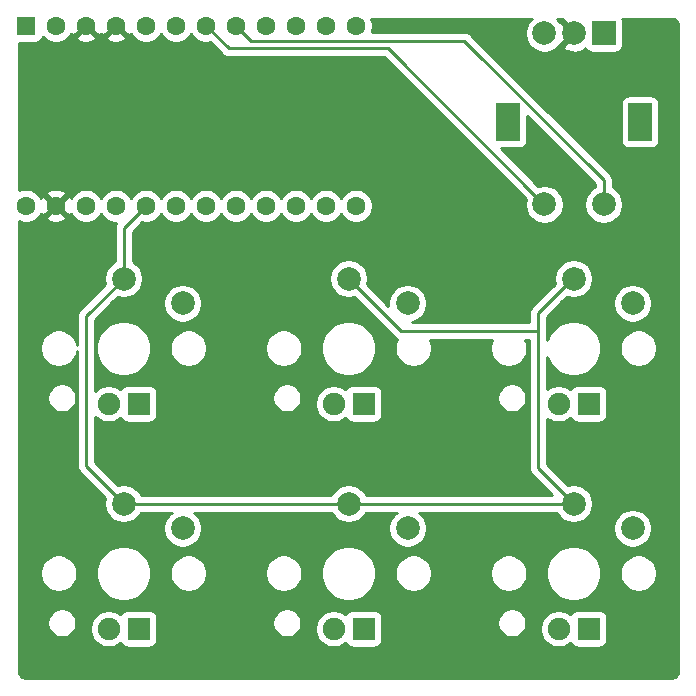
<source format=gbr>
%TF.GenerationSoftware,KiCad,Pcbnew,(5.1.10)-1*%
%TF.CreationDate,2022-07-13T10:10:06+10:00*%
%TF.ProjectId,6_key_lp_macropad,365f6b65-795f-46c7-905f-6d6163726f70,rev?*%
%TF.SameCoordinates,Original*%
%TF.FileFunction,Copper,L2,Bot*%
%TF.FilePolarity,Positive*%
%FSLAX46Y46*%
G04 Gerber Fmt 4.6, Leading zero omitted, Abs format (unit mm)*
G04 Created by KiCad (PCBNEW (5.1.10)-1) date 2022-07-13 10:10:06*
%MOMM*%
%LPD*%
G01*
G04 APERTURE LIST*
%TA.AperFunction,ComponentPad*%
%ADD10R,1.905000X1.905000*%
%TD*%
%TA.AperFunction,ComponentPad*%
%ADD11C,1.905000*%
%TD*%
%TA.AperFunction,ComponentPad*%
%ADD12C,2.000000*%
%TD*%
%TA.AperFunction,ComponentPad*%
%ADD13C,1.600000*%
%TD*%
%TA.AperFunction,ComponentPad*%
%ADD14R,1.600000X1.600000*%
%TD*%
%TA.AperFunction,ComponentPad*%
%ADD15R,2.000000X2.000000*%
%TD*%
%TA.AperFunction,ComponentPad*%
%ADD16R,2.000000X3.200000*%
%TD*%
%TA.AperFunction,Conductor*%
%ADD17C,0.250000*%
%TD*%
%TA.AperFunction,Conductor*%
%ADD18C,0.254000*%
%TD*%
%TA.AperFunction,Conductor*%
%ADD19C,0.100000*%
%TD*%
G04 APERTURE END LIST*
D10*
%TO.P,MX1,4*%
%TO.N,N/C*%
X775970000Y27050000D03*
D11*
%TO.P,MX1,3*%
X773430000Y27050000D03*
D12*
%TO.P,MX1,1*%
%TO.N,col0*%
X779700000Y35550000D03*
%TO.P,MX1,2*%
%TO.N,row0*%
X774700000Y37650000D03*
%TD*%
D13*
%TO.P,U1,24*%
%TO.N,Net-(U1-Pad24)*%
X766445000Y43815000D03*
%TO.P,U1,23*%
%TO.N,GND*%
X768985000Y43815000D03*
%TO.P,U1,22*%
%TO.N,reset*%
X771525000Y43815000D03*
%TO.P,U1,21*%
%TO.N,VCC*%
X774065000Y43815000D03*
%TO.P,U1,20*%
%TO.N,row0*%
X776605000Y43815000D03*
%TO.P,U1,19*%
%TO.N,col0*%
X779145000Y43815000D03*
%TO.P,U1,18*%
%TO.N,col1*%
X781685000Y43815000D03*
%TO.P,U1,17*%
%TO.N,col3*%
X784225000Y43815000D03*
%TO.P,U1,16*%
%TO.N,col2*%
X786765000Y43815000D03*
%TO.P,U1,15*%
%TO.N,col5*%
X789305000Y43815000D03*
%TO.P,U1,14*%
%TO.N,col4*%
X791845000Y43815000D03*
%TO.P,U1,13*%
%TO.N,Net-(U1-Pad13)*%
X794385000Y43815000D03*
%TO.P,U1,12*%
%TO.N,Net-(U1-Pad12)*%
X794385000Y59055000D03*
%TO.P,U1,11*%
%TO.N,Net-(U1-Pad11)*%
X791845000Y59055000D03*
%TO.P,U1,10*%
%TO.N,Net-(U1-Pad10)*%
X789305000Y59055000D03*
%TO.P,U1,9*%
%TO.N,Net-(U1-Pad9)*%
X786765000Y59055000D03*
%TO.P,U1,8*%
%TO.N,rot2*%
X784225000Y59055000D03*
%TO.P,U1,7*%
%TO.N,rot1*%
X781685000Y59055000D03*
%TO.P,U1,6*%
%TO.N,pinA*%
X779145000Y59055000D03*
%TO.P,U1,5*%
%TO.N,pinB*%
X776605000Y59055000D03*
%TO.P,U1,4*%
%TO.N,GND*%
X774065000Y59055000D03*
%TO.P,U1,3*%
X771525000Y59055000D03*
%TO.P,U1,2*%
%TO.N,Net-(U1-Pad2)*%
X768985000Y59055000D03*
D14*
%TO.P,U1,1*%
%TO.N,Net-(U1-Pad1)*%
X766445000Y59055000D03*
%TD*%
D10*
%TO.P,MX3,4*%
%TO.N,N/C*%
X795020000Y27050000D03*
D11*
%TO.P,MX3,3*%
X792480000Y27050000D03*
D12*
%TO.P,MX3,1*%
%TO.N,col2*%
X798750000Y35550000D03*
%TO.P,MX3,2*%
%TO.N,row0*%
X793750000Y37650000D03*
%TD*%
D15*
%TO.P,SW1,A*%
%TO.N,pinA*%
X815340000Y58420000D03*
D12*
%TO.P,SW1,C*%
%TO.N,GND*%
X812840000Y58420000D03*
%TO.P,SW1,B*%
%TO.N,pinB*%
X810340000Y58420000D03*
D16*
%TO.P,SW1,MP*%
%TO.N,N/C*%
X818440000Y50920000D03*
X807240000Y50920000D03*
D12*
%TO.P,SW1,S2*%
%TO.N,rot2*%
X815340000Y43920000D03*
%TO.P,SW1,S1*%
%TO.N,rot1*%
X810340000Y43920000D03*
%TD*%
D10*
%TO.P,MX6,4*%
%TO.N,N/C*%
X814070000Y8000000D03*
D11*
%TO.P,MX6,3*%
X811530000Y8000000D03*
D12*
%TO.P,MX6,1*%
%TO.N,col5*%
X817800000Y16500000D03*
%TO.P,MX6,2*%
%TO.N,row0*%
X812800000Y18600000D03*
%TD*%
D10*
%TO.P,MX5,4*%
%TO.N,N/C*%
X814070000Y27050000D03*
D11*
%TO.P,MX5,3*%
X811530000Y27050000D03*
D12*
%TO.P,MX5,1*%
%TO.N,col4*%
X817800000Y35550000D03*
%TO.P,MX5,2*%
%TO.N,row0*%
X812800000Y37650000D03*
%TD*%
D10*
%TO.P,MX4,4*%
%TO.N,N/C*%
X795020000Y8000000D03*
D11*
%TO.P,MX4,3*%
X792480000Y8000000D03*
D12*
%TO.P,MX4,1*%
%TO.N,col3*%
X798750000Y16500000D03*
%TO.P,MX4,2*%
%TO.N,row0*%
X793750000Y18600000D03*
%TD*%
D10*
%TO.P,MX2,4*%
%TO.N,N/C*%
X775970000Y8000000D03*
D11*
%TO.P,MX2,3*%
X773430000Y8000000D03*
D12*
%TO.P,MX2,1*%
%TO.N,col1*%
X779700000Y16500000D03*
%TO.P,MX2,2*%
%TO.N,row0*%
X774700000Y18600000D03*
%TD*%
D17*
%TO.N,row0*%
X776605000Y43815000D02*
X774700000Y41910000D01*
X774700000Y41910000D02*
X774700000Y37650000D01*
X774700000Y37650000D02*
X771525000Y34475000D01*
X771525000Y21775000D02*
X774700000Y18600000D01*
X771525000Y34475000D02*
X771525000Y21775000D01*
X774700000Y18600000D02*
X793750000Y18600000D01*
X793750000Y18600000D02*
X812800000Y18600000D01*
X812800000Y18600000D02*
X809810000Y21590000D01*
X809810000Y34740000D02*
X813435000Y38365000D01*
X798195000Y33205000D02*
X793750000Y37650000D01*
X809810000Y33205000D02*
X798195000Y33205000D01*
X809810000Y21590000D02*
X809810000Y33205000D01*
X809810000Y33205000D02*
X809810000Y34740000D01*
%TO.N,rot2*%
X785495000Y57785000D02*
X784225000Y59055000D01*
X803560002Y57785000D02*
X785495000Y57785000D01*
X815340000Y46005002D02*
X803560002Y57785000D01*
X815340000Y43920000D02*
X815340000Y46005002D01*
%TO.N,rot1*%
X810340000Y43920000D02*
X810340000Y43895000D01*
X810340000Y43895000D02*
X797085000Y57150000D01*
X783590000Y57150000D02*
X781685000Y59055000D01*
X797085000Y57150000D02*
X783590000Y57150000D01*
%TD*%
D18*
%TO.N,GND*%
X809070013Y59462252D02*
X808891082Y59194463D01*
X808767832Y58896912D01*
X808705000Y58581033D01*
X808705000Y58258967D01*
X808767832Y57943088D01*
X808891082Y57645537D01*
X809070013Y57377748D01*
X809297748Y57150013D01*
X809565537Y56971082D01*
X809863088Y56847832D01*
X810178967Y56785000D01*
X810501033Y56785000D01*
X810816912Y56847832D01*
X811114463Y56971082D01*
X811382252Y57150013D01*
X811609987Y57377748D01*
X811674925Y57474935D01*
X811704587Y57464192D01*
X812660395Y58420000D01*
X811704587Y59375808D01*
X811674925Y59365065D01*
X811609987Y59462252D01*
X811407239Y59665000D01*
X811923884Y59665000D01*
X811884192Y59555413D01*
X812840000Y58599605D01*
X812854143Y58613748D01*
X813033748Y58434143D01*
X813019605Y58420000D01*
X813033748Y58405858D01*
X812854143Y58226253D01*
X812840000Y58240395D01*
X811884192Y57284587D01*
X811979956Y57020186D01*
X812269571Y56879296D01*
X812581108Y56797616D01*
X812902595Y56778282D01*
X813221675Y56822039D01*
X813526088Y56927205D01*
X813700044Y57020186D01*
X813754024Y57169223D01*
X813809463Y57065506D01*
X813888815Y56968815D01*
X813985506Y56889463D01*
X814095820Y56830498D01*
X814215518Y56794188D01*
X814340000Y56781928D01*
X816340000Y56781928D01*
X816464482Y56794188D01*
X816584180Y56830498D01*
X816694494Y56889463D01*
X816791185Y56968815D01*
X816870537Y57065506D01*
X816929502Y57175820D01*
X816965812Y57295518D01*
X816978072Y57420000D01*
X816978072Y59420000D01*
X816965812Y59544482D01*
X816929502Y59664180D01*
X816929064Y59665000D01*
X821022721Y59665000D01*
X821172869Y59650278D01*
X821286246Y59616047D01*
X821390819Y59560445D01*
X821482596Y59485593D01*
X821558091Y59394336D01*
X821614419Y59290156D01*
X821649440Y59177024D01*
X821665000Y59028978D01*
X821665001Y4477289D01*
X821650278Y4327131D01*
X821616047Y4213754D01*
X821560446Y4109183D01*
X821485594Y4017405D01*
X821394335Y3941909D01*
X821290160Y3885581D01*
X821177024Y3850560D01*
X821028979Y3835000D01*
X766477279Y3835000D01*
X766327131Y3849722D01*
X766213754Y3883953D01*
X766109183Y3939554D01*
X766017405Y4014406D01*
X765941909Y4105665D01*
X765885581Y4209840D01*
X765850560Y4322976D01*
X765835000Y4471021D01*
X765835000Y8621637D01*
X768245000Y8621637D01*
X768245000Y8378363D01*
X768292460Y8139764D01*
X768385557Y7915008D01*
X768520713Y7712733D01*
X768692733Y7540713D01*
X768895008Y7405557D01*
X769119764Y7312460D01*
X769358363Y7265000D01*
X769601637Y7265000D01*
X769840236Y7312460D01*
X770064992Y7405557D01*
X770267267Y7540713D01*
X770439287Y7712733D01*
X770574443Y7915008D01*
X770667540Y8139764D01*
X770670840Y8156355D01*
X771842500Y8156355D01*
X771842500Y7843645D01*
X771903507Y7536943D01*
X772023176Y7248037D01*
X772196908Y6988028D01*
X772418028Y6766908D01*
X772678037Y6593176D01*
X772966943Y6473507D01*
X773273645Y6412500D01*
X773586355Y6412500D01*
X773893057Y6473507D01*
X774181963Y6593176D01*
X774441972Y6766908D01*
X774445549Y6770485D01*
X774486963Y6693006D01*
X774566315Y6596315D01*
X774663006Y6516963D01*
X774773320Y6457998D01*
X774893018Y6421688D01*
X775017500Y6409428D01*
X776922500Y6409428D01*
X777046982Y6421688D01*
X777166680Y6457998D01*
X777276994Y6516963D01*
X777373685Y6596315D01*
X777453037Y6693006D01*
X777512002Y6803320D01*
X777548312Y6923018D01*
X777560572Y7047500D01*
X777560572Y8621637D01*
X787295000Y8621637D01*
X787295000Y8378363D01*
X787342460Y8139764D01*
X787435557Y7915008D01*
X787570713Y7712733D01*
X787742733Y7540713D01*
X787945008Y7405557D01*
X788169764Y7312460D01*
X788408363Y7265000D01*
X788651637Y7265000D01*
X788890236Y7312460D01*
X789114992Y7405557D01*
X789317267Y7540713D01*
X789489287Y7712733D01*
X789624443Y7915008D01*
X789717540Y8139764D01*
X789720840Y8156355D01*
X790892500Y8156355D01*
X790892500Y7843645D01*
X790953507Y7536943D01*
X791073176Y7248037D01*
X791246908Y6988028D01*
X791468028Y6766908D01*
X791728037Y6593176D01*
X792016943Y6473507D01*
X792323645Y6412500D01*
X792636355Y6412500D01*
X792943057Y6473507D01*
X793231963Y6593176D01*
X793491972Y6766908D01*
X793495549Y6770485D01*
X793536963Y6693006D01*
X793616315Y6596315D01*
X793713006Y6516963D01*
X793823320Y6457998D01*
X793943018Y6421688D01*
X794067500Y6409428D01*
X795972500Y6409428D01*
X796096982Y6421688D01*
X796216680Y6457998D01*
X796326994Y6516963D01*
X796423685Y6596315D01*
X796503037Y6693006D01*
X796562002Y6803320D01*
X796598312Y6923018D01*
X796610572Y7047500D01*
X796610572Y8621637D01*
X806345000Y8621637D01*
X806345000Y8378363D01*
X806392460Y8139764D01*
X806485557Y7915008D01*
X806620713Y7712733D01*
X806792733Y7540713D01*
X806995008Y7405557D01*
X807219764Y7312460D01*
X807458363Y7265000D01*
X807701637Y7265000D01*
X807940236Y7312460D01*
X808164992Y7405557D01*
X808367267Y7540713D01*
X808539287Y7712733D01*
X808674443Y7915008D01*
X808767540Y8139764D01*
X808770840Y8156355D01*
X809942500Y8156355D01*
X809942500Y7843645D01*
X810003507Y7536943D01*
X810123176Y7248037D01*
X810296908Y6988028D01*
X810518028Y6766908D01*
X810778037Y6593176D01*
X811066943Y6473507D01*
X811373645Y6412500D01*
X811686355Y6412500D01*
X811993057Y6473507D01*
X812281963Y6593176D01*
X812541972Y6766908D01*
X812545549Y6770485D01*
X812586963Y6693006D01*
X812666315Y6596315D01*
X812763006Y6516963D01*
X812873320Y6457998D01*
X812993018Y6421688D01*
X813117500Y6409428D01*
X815022500Y6409428D01*
X815146982Y6421688D01*
X815266680Y6457998D01*
X815376994Y6516963D01*
X815473685Y6596315D01*
X815553037Y6693006D01*
X815612002Y6803320D01*
X815648312Y6923018D01*
X815660572Y7047500D01*
X815660572Y8952500D01*
X815648312Y9076982D01*
X815612002Y9196680D01*
X815553037Y9306994D01*
X815473685Y9403685D01*
X815376994Y9483037D01*
X815266680Y9542002D01*
X815146982Y9578312D01*
X815022500Y9590572D01*
X813117500Y9590572D01*
X812993018Y9578312D01*
X812873320Y9542002D01*
X812763006Y9483037D01*
X812666315Y9403685D01*
X812586963Y9306994D01*
X812545549Y9229515D01*
X812541972Y9233092D01*
X812281963Y9406824D01*
X811993057Y9526493D01*
X811686355Y9587500D01*
X811373645Y9587500D01*
X811066943Y9526493D01*
X810778037Y9406824D01*
X810518028Y9233092D01*
X810296908Y9011972D01*
X810123176Y8751963D01*
X810003507Y8463057D01*
X809942500Y8156355D01*
X808770840Y8156355D01*
X808815000Y8378363D01*
X808815000Y8621637D01*
X808767540Y8860236D01*
X808674443Y9084992D01*
X808539287Y9287267D01*
X808367267Y9459287D01*
X808164992Y9594443D01*
X807940236Y9687540D01*
X807701637Y9735000D01*
X807458363Y9735000D01*
X807219764Y9687540D01*
X806995008Y9594443D01*
X806792733Y9459287D01*
X806620713Y9287267D01*
X806485557Y9084992D01*
X806392460Y8860236D01*
X806345000Y8621637D01*
X796610572Y8621637D01*
X796610572Y8952500D01*
X796598312Y9076982D01*
X796562002Y9196680D01*
X796503037Y9306994D01*
X796423685Y9403685D01*
X796326994Y9483037D01*
X796216680Y9542002D01*
X796096982Y9578312D01*
X795972500Y9590572D01*
X794067500Y9590572D01*
X793943018Y9578312D01*
X793823320Y9542002D01*
X793713006Y9483037D01*
X793616315Y9403685D01*
X793536963Y9306994D01*
X793495549Y9229515D01*
X793491972Y9233092D01*
X793231963Y9406824D01*
X792943057Y9526493D01*
X792636355Y9587500D01*
X792323645Y9587500D01*
X792016943Y9526493D01*
X791728037Y9406824D01*
X791468028Y9233092D01*
X791246908Y9011972D01*
X791073176Y8751963D01*
X790953507Y8463057D01*
X790892500Y8156355D01*
X789720840Y8156355D01*
X789765000Y8378363D01*
X789765000Y8621637D01*
X789717540Y8860236D01*
X789624443Y9084992D01*
X789489287Y9287267D01*
X789317267Y9459287D01*
X789114992Y9594443D01*
X788890236Y9687540D01*
X788651637Y9735000D01*
X788408363Y9735000D01*
X788169764Y9687540D01*
X787945008Y9594443D01*
X787742733Y9459287D01*
X787570713Y9287267D01*
X787435557Y9084992D01*
X787342460Y8860236D01*
X787295000Y8621637D01*
X777560572Y8621637D01*
X777560572Y8952500D01*
X777548312Y9076982D01*
X777512002Y9196680D01*
X777453037Y9306994D01*
X777373685Y9403685D01*
X777276994Y9483037D01*
X777166680Y9542002D01*
X777046982Y9578312D01*
X776922500Y9590572D01*
X775017500Y9590572D01*
X774893018Y9578312D01*
X774773320Y9542002D01*
X774663006Y9483037D01*
X774566315Y9403685D01*
X774486963Y9306994D01*
X774445549Y9229515D01*
X774441972Y9233092D01*
X774181963Y9406824D01*
X773893057Y9526493D01*
X773586355Y9587500D01*
X773273645Y9587500D01*
X772966943Y9526493D01*
X772678037Y9406824D01*
X772418028Y9233092D01*
X772196908Y9011972D01*
X772023176Y8751963D01*
X771903507Y8463057D01*
X771842500Y8156355D01*
X770670840Y8156355D01*
X770715000Y8378363D01*
X770715000Y8621637D01*
X770667540Y8860236D01*
X770574443Y9084992D01*
X770439287Y9287267D01*
X770267267Y9459287D01*
X770064992Y9594443D01*
X769840236Y9687540D01*
X769601637Y9735000D01*
X769358363Y9735000D01*
X769119764Y9687540D01*
X768895008Y9594443D01*
X768692733Y9459287D01*
X768520713Y9287267D01*
X768385557Y9084992D01*
X768292460Y8860236D01*
X768245000Y8621637D01*
X765835000Y8621637D01*
X765835000Y12856109D01*
X767615000Y12856109D01*
X767615000Y12543891D01*
X767675911Y12237673D01*
X767795391Y11949221D01*
X767968850Y11689621D01*
X768189621Y11468850D01*
X768449221Y11295391D01*
X768737673Y11175911D01*
X769043891Y11115000D01*
X769356109Y11115000D01*
X769662327Y11175911D01*
X769950779Y11295391D01*
X770210379Y11468850D01*
X770431150Y11689621D01*
X770604609Y11949221D01*
X770724089Y12237673D01*
X770785000Y12543891D01*
X770785000Y12856109D01*
X770770307Y12929977D01*
X772365000Y12929977D01*
X772365000Y12470023D01*
X772454733Y12018906D01*
X772630750Y11593963D01*
X772886287Y11211524D01*
X773211524Y10886287D01*
X773593963Y10630750D01*
X774018906Y10454733D01*
X774470023Y10365000D01*
X774929977Y10365000D01*
X775381094Y10454733D01*
X775806037Y10630750D01*
X776188476Y10886287D01*
X776513713Y11211524D01*
X776769250Y11593963D01*
X776945267Y12018906D01*
X777035000Y12470023D01*
X777035000Y12856109D01*
X778615000Y12856109D01*
X778615000Y12543891D01*
X778675911Y12237673D01*
X778795391Y11949221D01*
X778968850Y11689621D01*
X779189621Y11468850D01*
X779449221Y11295391D01*
X779737673Y11175911D01*
X780043891Y11115000D01*
X780356109Y11115000D01*
X780662327Y11175911D01*
X780950779Y11295391D01*
X781210379Y11468850D01*
X781431150Y11689621D01*
X781604609Y11949221D01*
X781724089Y12237673D01*
X781785000Y12543891D01*
X781785000Y12856109D01*
X786665000Y12856109D01*
X786665000Y12543891D01*
X786725911Y12237673D01*
X786845391Y11949221D01*
X787018850Y11689621D01*
X787239621Y11468850D01*
X787499221Y11295391D01*
X787787673Y11175911D01*
X788093891Y11115000D01*
X788406109Y11115000D01*
X788712327Y11175911D01*
X789000779Y11295391D01*
X789260379Y11468850D01*
X789481150Y11689621D01*
X789654609Y11949221D01*
X789774089Y12237673D01*
X789835000Y12543891D01*
X789835000Y12856109D01*
X789820307Y12929977D01*
X791415000Y12929977D01*
X791415000Y12470023D01*
X791504733Y12018906D01*
X791680750Y11593963D01*
X791936287Y11211524D01*
X792261524Y10886287D01*
X792643963Y10630750D01*
X793068906Y10454733D01*
X793520023Y10365000D01*
X793979977Y10365000D01*
X794431094Y10454733D01*
X794856037Y10630750D01*
X795238476Y10886287D01*
X795563713Y11211524D01*
X795819250Y11593963D01*
X795995267Y12018906D01*
X796085000Y12470023D01*
X796085000Y12856109D01*
X797665000Y12856109D01*
X797665000Y12543891D01*
X797725911Y12237673D01*
X797845391Y11949221D01*
X798018850Y11689621D01*
X798239621Y11468850D01*
X798499221Y11295391D01*
X798787673Y11175911D01*
X799093891Y11115000D01*
X799406109Y11115000D01*
X799712327Y11175911D01*
X800000779Y11295391D01*
X800260379Y11468850D01*
X800481150Y11689621D01*
X800654609Y11949221D01*
X800774089Y12237673D01*
X800835000Y12543891D01*
X800835000Y12856109D01*
X805715000Y12856109D01*
X805715000Y12543891D01*
X805775911Y12237673D01*
X805895391Y11949221D01*
X806068850Y11689621D01*
X806289621Y11468850D01*
X806549221Y11295391D01*
X806837673Y11175911D01*
X807143891Y11115000D01*
X807456109Y11115000D01*
X807762327Y11175911D01*
X808050779Y11295391D01*
X808310379Y11468850D01*
X808531150Y11689621D01*
X808704609Y11949221D01*
X808824089Y12237673D01*
X808885000Y12543891D01*
X808885000Y12856109D01*
X808870307Y12929977D01*
X810465000Y12929977D01*
X810465000Y12470023D01*
X810554733Y12018906D01*
X810730750Y11593963D01*
X810986287Y11211524D01*
X811311524Y10886287D01*
X811693963Y10630750D01*
X812118906Y10454733D01*
X812570023Y10365000D01*
X813029977Y10365000D01*
X813481094Y10454733D01*
X813906037Y10630750D01*
X814288476Y10886287D01*
X814613713Y11211524D01*
X814869250Y11593963D01*
X815045267Y12018906D01*
X815135000Y12470023D01*
X815135000Y12856109D01*
X816715000Y12856109D01*
X816715000Y12543891D01*
X816775911Y12237673D01*
X816895391Y11949221D01*
X817068850Y11689621D01*
X817289621Y11468850D01*
X817549221Y11295391D01*
X817837673Y11175911D01*
X818143891Y11115000D01*
X818456109Y11115000D01*
X818762327Y11175911D01*
X819050779Y11295391D01*
X819310379Y11468850D01*
X819531150Y11689621D01*
X819704609Y11949221D01*
X819824089Y12237673D01*
X819885000Y12543891D01*
X819885000Y12856109D01*
X819824089Y13162327D01*
X819704609Y13450779D01*
X819531150Y13710379D01*
X819310379Y13931150D01*
X819050779Y14104609D01*
X818762327Y14224089D01*
X818456109Y14285000D01*
X818143891Y14285000D01*
X817837673Y14224089D01*
X817549221Y14104609D01*
X817289621Y13931150D01*
X817068850Y13710379D01*
X816895391Y13450779D01*
X816775911Y13162327D01*
X816715000Y12856109D01*
X815135000Y12856109D01*
X815135000Y12929977D01*
X815045267Y13381094D01*
X814869250Y13806037D01*
X814613713Y14188476D01*
X814288476Y14513713D01*
X813906037Y14769250D01*
X813481094Y14945267D01*
X813029977Y15035000D01*
X812570023Y15035000D01*
X812118906Y14945267D01*
X811693963Y14769250D01*
X811311524Y14513713D01*
X810986287Y14188476D01*
X810730750Y13806037D01*
X810554733Y13381094D01*
X810465000Y12929977D01*
X808870307Y12929977D01*
X808824089Y13162327D01*
X808704609Y13450779D01*
X808531150Y13710379D01*
X808310379Y13931150D01*
X808050779Y14104609D01*
X807762327Y14224089D01*
X807456109Y14285000D01*
X807143891Y14285000D01*
X806837673Y14224089D01*
X806549221Y14104609D01*
X806289621Y13931150D01*
X806068850Y13710379D01*
X805895391Y13450779D01*
X805775911Y13162327D01*
X805715000Y12856109D01*
X800835000Y12856109D01*
X800774089Y13162327D01*
X800654609Y13450779D01*
X800481150Y13710379D01*
X800260379Y13931150D01*
X800000779Y14104609D01*
X799712327Y14224089D01*
X799406109Y14285000D01*
X799093891Y14285000D01*
X798787673Y14224089D01*
X798499221Y14104609D01*
X798239621Y13931150D01*
X798018850Y13710379D01*
X797845391Y13450779D01*
X797725911Y13162327D01*
X797665000Y12856109D01*
X796085000Y12856109D01*
X796085000Y12929977D01*
X795995267Y13381094D01*
X795819250Y13806037D01*
X795563713Y14188476D01*
X795238476Y14513713D01*
X794856037Y14769250D01*
X794431094Y14945267D01*
X793979977Y15035000D01*
X793520023Y15035000D01*
X793068906Y14945267D01*
X792643963Y14769250D01*
X792261524Y14513713D01*
X791936287Y14188476D01*
X791680750Y13806037D01*
X791504733Y13381094D01*
X791415000Y12929977D01*
X789820307Y12929977D01*
X789774089Y13162327D01*
X789654609Y13450779D01*
X789481150Y13710379D01*
X789260379Y13931150D01*
X789000779Y14104609D01*
X788712327Y14224089D01*
X788406109Y14285000D01*
X788093891Y14285000D01*
X787787673Y14224089D01*
X787499221Y14104609D01*
X787239621Y13931150D01*
X787018850Y13710379D01*
X786845391Y13450779D01*
X786725911Y13162327D01*
X786665000Y12856109D01*
X781785000Y12856109D01*
X781724089Y13162327D01*
X781604609Y13450779D01*
X781431150Y13710379D01*
X781210379Y13931150D01*
X780950779Y14104609D01*
X780662327Y14224089D01*
X780356109Y14285000D01*
X780043891Y14285000D01*
X779737673Y14224089D01*
X779449221Y14104609D01*
X779189621Y13931150D01*
X778968850Y13710379D01*
X778795391Y13450779D01*
X778675911Y13162327D01*
X778615000Y12856109D01*
X777035000Y12856109D01*
X777035000Y12929977D01*
X776945267Y13381094D01*
X776769250Y13806037D01*
X776513713Y14188476D01*
X776188476Y14513713D01*
X775806037Y14769250D01*
X775381094Y14945267D01*
X774929977Y15035000D01*
X774470023Y15035000D01*
X774018906Y14945267D01*
X773593963Y14769250D01*
X773211524Y14513713D01*
X772886287Y14188476D01*
X772630750Y13806037D01*
X772454733Y13381094D01*
X772365000Y12929977D01*
X770770307Y12929977D01*
X770724089Y13162327D01*
X770604609Y13450779D01*
X770431150Y13710379D01*
X770210379Y13931150D01*
X769950779Y14104609D01*
X769662327Y14224089D01*
X769356109Y14285000D01*
X769043891Y14285000D01*
X768737673Y14224089D01*
X768449221Y14104609D01*
X768189621Y13931150D01*
X767968850Y13710379D01*
X767795391Y13450779D01*
X767675911Y13162327D01*
X767615000Y12856109D01*
X765835000Y12856109D01*
X765835000Y27671637D01*
X768245000Y27671637D01*
X768245000Y27428363D01*
X768292460Y27189764D01*
X768385557Y26965008D01*
X768520713Y26762733D01*
X768692733Y26590713D01*
X768895008Y26455557D01*
X769119764Y26362460D01*
X769358363Y26315000D01*
X769601637Y26315000D01*
X769840236Y26362460D01*
X770064992Y26455557D01*
X770267267Y26590713D01*
X770439287Y26762733D01*
X770574443Y26965008D01*
X770667540Y27189764D01*
X770715000Y27428363D01*
X770715000Y27671637D01*
X770667540Y27910236D01*
X770574443Y28134992D01*
X770439287Y28337267D01*
X770267267Y28509287D01*
X770064992Y28644443D01*
X769840236Y28737540D01*
X769601637Y28785000D01*
X769358363Y28785000D01*
X769119764Y28737540D01*
X768895008Y28644443D01*
X768692733Y28509287D01*
X768520713Y28337267D01*
X768385557Y28134992D01*
X768292460Y27910236D01*
X768245000Y27671637D01*
X765835000Y27671637D01*
X765835000Y31906109D01*
X767615000Y31906109D01*
X767615000Y31593891D01*
X767675911Y31287673D01*
X767795391Y30999221D01*
X767968850Y30739621D01*
X768189621Y30518850D01*
X768449221Y30345391D01*
X768737673Y30225911D01*
X769043891Y30165000D01*
X769356109Y30165000D01*
X769662327Y30225911D01*
X769950779Y30345391D01*
X770210379Y30518850D01*
X770431150Y30739621D01*
X770604609Y30999221D01*
X770724089Y31287673D01*
X770765000Y31493346D01*
X770765001Y21812332D01*
X770761324Y21775000D01*
X770775998Y21626015D01*
X770819454Y21482754D01*
X770890026Y21350724D01*
X770933498Y21297754D01*
X770985000Y21234999D01*
X771013998Y21211201D01*
X773133823Y19091375D01*
X773127832Y19076912D01*
X773065000Y18761033D01*
X773065000Y18438967D01*
X773127832Y18123088D01*
X773251082Y17825537D01*
X773430013Y17557748D01*
X773657748Y17330013D01*
X773925537Y17151082D01*
X774223088Y17027832D01*
X774538967Y16965000D01*
X774861033Y16965000D01*
X775176912Y17027832D01*
X775474463Y17151082D01*
X775742252Y17330013D01*
X775969987Y17557748D01*
X776148918Y17825537D01*
X776154909Y17840000D01*
X778762530Y17840000D01*
X778657748Y17769987D01*
X778430013Y17542252D01*
X778251082Y17274463D01*
X778127832Y16976912D01*
X778065000Y16661033D01*
X778065000Y16338967D01*
X778127832Y16023088D01*
X778251082Y15725537D01*
X778430013Y15457748D01*
X778657748Y15230013D01*
X778925537Y15051082D01*
X779223088Y14927832D01*
X779538967Y14865000D01*
X779861033Y14865000D01*
X780176912Y14927832D01*
X780474463Y15051082D01*
X780742252Y15230013D01*
X780969987Y15457748D01*
X781148918Y15725537D01*
X781272168Y16023088D01*
X781335000Y16338967D01*
X781335000Y16661033D01*
X781272168Y16976912D01*
X781148918Y17274463D01*
X780969987Y17542252D01*
X780742252Y17769987D01*
X780637470Y17840000D01*
X792295091Y17840000D01*
X792301082Y17825537D01*
X792480013Y17557748D01*
X792707748Y17330013D01*
X792975537Y17151082D01*
X793273088Y17027832D01*
X793588967Y16965000D01*
X793911033Y16965000D01*
X794226912Y17027832D01*
X794524463Y17151082D01*
X794792252Y17330013D01*
X795019987Y17557748D01*
X795198918Y17825537D01*
X795204909Y17840000D01*
X797812530Y17840000D01*
X797707748Y17769987D01*
X797480013Y17542252D01*
X797301082Y17274463D01*
X797177832Y16976912D01*
X797115000Y16661033D01*
X797115000Y16338967D01*
X797177832Y16023088D01*
X797301082Y15725537D01*
X797480013Y15457748D01*
X797707748Y15230013D01*
X797975537Y15051082D01*
X798273088Y14927832D01*
X798588967Y14865000D01*
X798911033Y14865000D01*
X799226912Y14927832D01*
X799524463Y15051082D01*
X799792252Y15230013D01*
X800019987Y15457748D01*
X800198918Y15725537D01*
X800322168Y16023088D01*
X800385000Y16338967D01*
X800385000Y16661033D01*
X816165000Y16661033D01*
X816165000Y16338967D01*
X816227832Y16023088D01*
X816351082Y15725537D01*
X816530013Y15457748D01*
X816757748Y15230013D01*
X817025537Y15051082D01*
X817323088Y14927832D01*
X817638967Y14865000D01*
X817961033Y14865000D01*
X818276912Y14927832D01*
X818574463Y15051082D01*
X818842252Y15230013D01*
X819069987Y15457748D01*
X819248918Y15725537D01*
X819372168Y16023088D01*
X819435000Y16338967D01*
X819435000Y16661033D01*
X819372168Y16976912D01*
X819248918Y17274463D01*
X819069987Y17542252D01*
X818842252Y17769987D01*
X818574463Y17948918D01*
X818276912Y18072168D01*
X817961033Y18135000D01*
X817638967Y18135000D01*
X817323088Y18072168D01*
X817025537Y17948918D01*
X816757748Y17769987D01*
X816530013Y17542252D01*
X816351082Y17274463D01*
X816227832Y16976912D01*
X816165000Y16661033D01*
X800385000Y16661033D01*
X800322168Y16976912D01*
X800198918Y17274463D01*
X800019987Y17542252D01*
X799792252Y17769987D01*
X799687470Y17840000D01*
X811345091Y17840000D01*
X811351082Y17825537D01*
X811530013Y17557748D01*
X811757748Y17330013D01*
X812025537Y17151082D01*
X812323088Y17027832D01*
X812638967Y16965000D01*
X812961033Y16965000D01*
X813276912Y17027832D01*
X813574463Y17151082D01*
X813842252Y17330013D01*
X814069987Y17557748D01*
X814248918Y17825537D01*
X814372168Y18123088D01*
X814435000Y18438967D01*
X814435000Y18761033D01*
X814372168Y19076912D01*
X814248918Y19374463D01*
X814069987Y19642252D01*
X813842252Y19869987D01*
X813574463Y20048918D01*
X813276912Y20172168D01*
X812961033Y20235000D01*
X812638967Y20235000D01*
X812323088Y20172168D01*
X812308625Y20166177D01*
X810570000Y21904801D01*
X810570000Y25782182D01*
X810778037Y25643176D01*
X811066943Y25523507D01*
X811373645Y25462500D01*
X811686355Y25462500D01*
X811993057Y25523507D01*
X812281963Y25643176D01*
X812541972Y25816908D01*
X812545549Y25820485D01*
X812586963Y25743006D01*
X812666315Y25646315D01*
X812763006Y25566963D01*
X812873320Y25507998D01*
X812993018Y25471688D01*
X813117500Y25459428D01*
X815022500Y25459428D01*
X815146982Y25471688D01*
X815266680Y25507998D01*
X815376994Y25566963D01*
X815473685Y25646315D01*
X815553037Y25743006D01*
X815612002Y25853320D01*
X815648312Y25973018D01*
X815660572Y26097500D01*
X815660572Y28002500D01*
X815648312Y28126982D01*
X815612002Y28246680D01*
X815553037Y28356994D01*
X815473685Y28453685D01*
X815376994Y28533037D01*
X815266680Y28592002D01*
X815146982Y28628312D01*
X815022500Y28640572D01*
X813117500Y28640572D01*
X812993018Y28628312D01*
X812873320Y28592002D01*
X812763006Y28533037D01*
X812666315Y28453685D01*
X812586963Y28356994D01*
X812545549Y28279515D01*
X812541972Y28283092D01*
X812281963Y28456824D01*
X811993057Y28576493D01*
X811686355Y28637500D01*
X811373645Y28637500D01*
X811066943Y28576493D01*
X810778037Y28456824D01*
X810570000Y28317818D01*
X810570000Y31032048D01*
X810730750Y30643963D01*
X810986287Y30261524D01*
X811311524Y29936287D01*
X811693963Y29680750D01*
X812118906Y29504733D01*
X812570023Y29415000D01*
X813029977Y29415000D01*
X813481094Y29504733D01*
X813906037Y29680750D01*
X814288476Y29936287D01*
X814613713Y30261524D01*
X814869250Y30643963D01*
X815045267Y31068906D01*
X815135000Y31520023D01*
X815135000Y31906109D01*
X816715000Y31906109D01*
X816715000Y31593891D01*
X816775911Y31287673D01*
X816895391Y30999221D01*
X817068850Y30739621D01*
X817289621Y30518850D01*
X817549221Y30345391D01*
X817837673Y30225911D01*
X818143891Y30165000D01*
X818456109Y30165000D01*
X818762327Y30225911D01*
X819050779Y30345391D01*
X819310379Y30518850D01*
X819531150Y30739621D01*
X819704609Y30999221D01*
X819824089Y31287673D01*
X819885000Y31593891D01*
X819885000Y31906109D01*
X819824089Y32212327D01*
X819704609Y32500779D01*
X819531150Y32760379D01*
X819310379Y32981150D01*
X819050779Y33154609D01*
X818762327Y33274089D01*
X818456109Y33335000D01*
X818143891Y33335000D01*
X817837673Y33274089D01*
X817549221Y33154609D01*
X817289621Y32981150D01*
X817068850Y32760379D01*
X816895391Y32500779D01*
X816775911Y32212327D01*
X816715000Y31906109D01*
X815135000Y31906109D01*
X815135000Y31979977D01*
X815045267Y32431094D01*
X814869250Y32856037D01*
X814613713Y33238476D01*
X814288476Y33563713D01*
X813906037Y33819250D01*
X813481094Y33995267D01*
X813029977Y34085000D01*
X812570023Y34085000D01*
X812118906Y33995267D01*
X811693963Y33819250D01*
X811311524Y33563713D01*
X810986287Y33238476D01*
X810730750Y32856037D01*
X810570000Y32467952D01*
X810570000Y33167668D01*
X810573677Y33205000D01*
X810570000Y33242333D01*
X810570000Y34425199D01*
X811855834Y35711033D01*
X816165000Y35711033D01*
X816165000Y35388967D01*
X816227832Y35073088D01*
X816351082Y34775537D01*
X816530013Y34507748D01*
X816757748Y34280013D01*
X817025537Y34101082D01*
X817323088Y33977832D01*
X817638967Y33915000D01*
X817961033Y33915000D01*
X818276912Y33977832D01*
X818574463Y34101082D01*
X818842252Y34280013D01*
X819069987Y34507748D01*
X819248918Y34775537D01*
X819372168Y35073088D01*
X819435000Y35388967D01*
X819435000Y35711033D01*
X819372168Y36026912D01*
X819248918Y36324463D01*
X819069987Y36592252D01*
X818842252Y36819987D01*
X818574463Y36998918D01*
X818276912Y37122168D01*
X817961033Y37185000D01*
X817638967Y37185000D01*
X817323088Y37122168D01*
X817025537Y36998918D01*
X816757748Y36819987D01*
X816530013Y36592252D01*
X816351082Y36324463D01*
X816227832Y36026912D01*
X816165000Y35711033D01*
X811855834Y35711033D01*
X812252056Y36107254D01*
X812323088Y36077832D01*
X812638967Y36015000D01*
X812961033Y36015000D01*
X813276912Y36077832D01*
X813574463Y36201082D01*
X813842252Y36380013D01*
X814069987Y36607748D01*
X814248918Y36875537D01*
X814372168Y37173088D01*
X814435000Y37488967D01*
X814435000Y37811033D01*
X814372168Y38126912D01*
X814248918Y38424463D01*
X814179762Y38527962D01*
X814140546Y38657246D01*
X814069973Y38789275D01*
X813975001Y38905001D01*
X813859275Y38999973D01*
X813727246Y39070546D01*
X813583985Y39114002D01*
X813523716Y39119938D01*
X813276912Y39222168D01*
X812961033Y39285000D01*
X812638967Y39285000D01*
X812323088Y39222168D01*
X812025537Y39098918D01*
X811757748Y38919987D01*
X811530013Y38692252D01*
X811351082Y38424463D01*
X811227832Y38126912D01*
X811165000Y37811033D01*
X811165000Y37488967D01*
X811217953Y37222754D01*
X809298998Y35303799D01*
X809270000Y35280001D01*
X809246202Y35251003D01*
X809246201Y35251002D01*
X809175026Y35164276D01*
X809104454Y35032246D01*
X809090427Y34986002D01*
X809064120Y34899276D01*
X809060998Y34888985D01*
X809046324Y34740000D01*
X809050001Y34702668D01*
X809050000Y33965000D01*
X799162401Y33965000D01*
X799226912Y33977832D01*
X799524463Y34101082D01*
X799792252Y34280013D01*
X800019987Y34507748D01*
X800198918Y34775537D01*
X800322168Y35073088D01*
X800385000Y35388967D01*
X800385000Y35711033D01*
X800322168Y36026912D01*
X800198918Y36324463D01*
X800019987Y36592252D01*
X799792252Y36819987D01*
X799524463Y36998918D01*
X799226912Y37122168D01*
X798911033Y37185000D01*
X798588967Y37185000D01*
X798273088Y37122168D01*
X797975537Y36998918D01*
X797707748Y36819987D01*
X797480013Y36592252D01*
X797301082Y36324463D01*
X797177832Y36026912D01*
X797115000Y35711033D01*
X797115000Y35388967D01*
X797122242Y35352560D01*
X795316177Y37158624D01*
X795322168Y37173088D01*
X795385000Y37488967D01*
X795385000Y37811033D01*
X795322168Y38126912D01*
X795198918Y38424463D01*
X795019987Y38692252D01*
X794792252Y38919987D01*
X794524463Y39098918D01*
X794226912Y39222168D01*
X793911033Y39285000D01*
X793588967Y39285000D01*
X793273088Y39222168D01*
X792975537Y39098918D01*
X792707748Y38919987D01*
X792480013Y38692252D01*
X792301082Y38424463D01*
X792177832Y38126912D01*
X792115000Y37811033D01*
X792115000Y37488967D01*
X792177832Y37173088D01*
X792301082Y36875537D01*
X792480013Y36607748D01*
X792707748Y36380013D01*
X792975537Y36201082D01*
X793273088Y36077832D01*
X793588967Y36015000D01*
X793911033Y36015000D01*
X794226912Y36077832D01*
X794241376Y36083823D01*
X797631201Y32693997D01*
X797654999Y32664999D01*
X797770724Y32570026D01*
X797859834Y32522395D01*
X797845391Y32500779D01*
X797725911Y32212327D01*
X797665000Y31906109D01*
X797665000Y31593891D01*
X797725911Y31287673D01*
X797845391Y30999221D01*
X798018850Y30739621D01*
X798239621Y30518850D01*
X798499221Y30345391D01*
X798787673Y30225911D01*
X799093891Y30165000D01*
X799406109Y30165000D01*
X799712327Y30225911D01*
X800000779Y30345391D01*
X800260379Y30518850D01*
X800481150Y30739621D01*
X800654609Y30999221D01*
X800774089Y31287673D01*
X800835000Y31593891D01*
X800835000Y31906109D01*
X800774089Y32212327D01*
X800677713Y32445000D01*
X805872287Y32445000D01*
X805775911Y32212327D01*
X805715000Y31906109D01*
X805715000Y31593891D01*
X805775911Y31287673D01*
X805895391Y30999221D01*
X806068850Y30739621D01*
X806289621Y30518850D01*
X806549221Y30345391D01*
X806837673Y30225911D01*
X807143891Y30165000D01*
X807456109Y30165000D01*
X807762327Y30225911D01*
X808050779Y30345391D01*
X808310379Y30518850D01*
X808531150Y30739621D01*
X808704609Y30999221D01*
X808824089Y31287673D01*
X808885000Y31593891D01*
X808885000Y31906109D01*
X808824089Y32212327D01*
X808727713Y32445000D01*
X809050001Y32445000D01*
X809050000Y21627322D01*
X809046324Y21590000D01*
X809050000Y21552678D01*
X809050000Y21552668D01*
X809060997Y21441015D01*
X809088386Y21350724D01*
X809104454Y21297754D01*
X809175026Y21165724D01*
X809196116Y21140026D01*
X809269999Y21049999D01*
X809299003Y21026196D01*
X810965198Y19360000D01*
X795204909Y19360000D01*
X795198918Y19374463D01*
X795019987Y19642252D01*
X794792252Y19869987D01*
X794524463Y20048918D01*
X794226912Y20172168D01*
X793911033Y20235000D01*
X793588967Y20235000D01*
X793273088Y20172168D01*
X792975537Y20048918D01*
X792707748Y19869987D01*
X792480013Y19642252D01*
X792301082Y19374463D01*
X792295091Y19360000D01*
X776154909Y19360000D01*
X776148918Y19374463D01*
X775969987Y19642252D01*
X775742252Y19869987D01*
X775474463Y20048918D01*
X775176912Y20172168D01*
X774861033Y20235000D01*
X774538967Y20235000D01*
X774223088Y20172168D01*
X774208625Y20166177D01*
X772285000Y22089801D01*
X772285000Y25949936D01*
X772418028Y25816908D01*
X772678037Y25643176D01*
X772966943Y25523507D01*
X773273645Y25462500D01*
X773586355Y25462500D01*
X773893057Y25523507D01*
X774181963Y25643176D01*
X774441972Y25816908D01*
X774445549Y25820485D01*
X774486963Y25743006D01*
X774566315Y25646315D01*
X774663006Y25566963D01*
X774773320Y25507998D01*
X774893018Y25471688D01*
X775017500Y25459428D01*
X776922500Y25459428D01*
X777046982Y25471688D01*
X777166680Y25507998D01*
X777276994Y25566963D01*
X777373685Y25646315D01*
X777453037Y25743006D01*
X777512002Y25853320D01*
X777548312Y25973018D01*
X777560572Y26097500D01*
X777560572Y27671637D01*
X787295000Y27671637D01*
X787295000Y27428363D01*
X787342460Y27189764D01*
X787435557Y26965008D01*
X787570713Y26762733D01*
X787742733Y26590713D01*
X787945008Y26455557D01*
X788169764Y26362460D01*
X788408363Y26315000D01*
X788651637Y26315000D01*
X788890236Y26362460D01*
X789114992Y26455557D01*
X789317267Y26590713D01*
X789489287Y26762733D01*
X789624443Y26965008D01*
X789717540Y27189764D01*
X789720840Y27206355D01*
X790892500Y27206355D01*
X790892500Y26893645D01*
X790953507Y26586943D01*
X791073176Y26298037D01*
X791246908Y26038028D01*
X791468028Y25816908D01*
X791728037Y25643176D01*
X792016943Y25523507D01*
X792323645Y25462500D01*
X792636355Y25462500D01*
X792943057Y25523507D01*
X793231963Y25643176D01*
X793491972Y25816908D01*
X793495549Y25820485D01*
X793536963Y25743006D01*
X793616315Y25646315D01*
X793713006Y25566963D01*
X793823320Y25507998D01*
X793943018Y25471688D01*
X794067500Y25459428D01*
X795972500Y25459428D01*
X796096982Y25471688D01*
X796216680Y25507998D01*
X796326994Y25566963D01*
X796423685Y25646315D01*
X796503037Y25743006D01*
X796562002Y25853320D01*
X796598312Y25973018D01*
X796610572Y26097500D01*
X796610572Y27671637D01*
X806345000Y27671637D01*
X806345000Y27428363D01*
X806392460Y27189764D01*
X806485557Y26965008D01*
X806620713Y26762733D01*
X806792733Y26590713D01*
X806995008Y26455557D01*
X807219764Y26362460D01*
X807458363Y26315000D01*
X807701637Y26315000D01*
X807940236Y26362460D01*
X808164992Y26455557D01*
X808367267Y26590713D01*
X808539287Y26762733D01*
X808674443Y26965008D01*
X808767540Y27189764D01*
X808815000Y27428363D01*
X808815000Y27671637D01*
X808767540Y27910236D01*
X808674443Y28134992D01*
X808539287Y28337267D01*
X808367267Y28509287D01*
X808164992Y28644443D01*
X807940236Y28737540D01*
X807701637Y28785000D01*
X807458363Y28785000D01*
X807219764Y28737540D01*
X806995008Y28644443D01*
X806792733Y28509287D01*
X806620713Y28337267D01*
X806485557Y28134992D01*
X806392460Y27910236D01*
X806345000Y27671637D01*
X796610572Y27671637D01*
X796610572Y28002500D01*
X796598312Y28126982D01*
X796562002Y28246680D01*
X796503037Y28356994D01*
X796423685Y28453685D01*
X796326994Y28533037D01*
X796216680Y28592002D01*
X796096982Y28628312D01*
X795972500Y28640572D01*
X794067500Y28640572D01*
X793943018Y28628312D01*
X793823320Y28592002D01*
X793713006Y28533037D01*
X793616315Y28453685D01*
X793536963Y28356994D01*
X793495549Y28279515D01*
X793491972Y28283092D01*
X793231963Y28456824D01*
X792943057Y28576493D01*
X792636355Y28637500D01*
X792323645Y28637500D01*
X792016943Y28576493D01*
X791728037Y28456824D01*
X791468028Y28283092D01*
X791246908Y28061972D01*
X791073176Y27801963D01*
X790953507Y27513057D01*
X790892500Y27206355D01*
X789720840Y27206355D01*
X789765000Y27428363D01*
X789765000Y27671637D01*
X789717540Y27910236D01*
X789624443Y28134992D01*
X789489287Y28337267D01*
X789317267Y28509287D01*
X789114992Y28644443D01*
X788890236Y28737540D01*
X788651637Y28785000D01*
X788408363Y28785000D01*
X788169764Y28737540D01*
X787945008Y28644443D01*
X787742733Y28509287D01*
X787570713Y28337267D01*
X787435557Y28134992D01*
X787342460Y27910236D01*
X787295000Y27671637D01*
X777560572Y27671637D01*
X777560572Y28002500D01*
X777548312Y28126982D01*
X777512002Y28246680D01*
X777453037Y28356994D01*
X777373685Y28453685D01*
X777276994Y28533037D01*
X777166680Y28592002D01*
X777046982Y28628312D01*
X776922500Y28640572D01*
X775017500Y28640572D01*
X774893018Y28628312D01*
X774773320Y28592002D01*
X774663006Y28533037D01*
X774566315Y28453685D01*
X774486963Y28356994D01*
X774445549Y28279515D01*
X774441972Y28283092D01*
X774181963Y28456824D01*
X773893057Y28576493D01*
X773586355Y28637500D01*
X773273645Y28637500D01*
X772966943Y28576493D01*
X772678037Y28456824D01*
X772418028Y28283092D01*
X772285000Y28150064D01*
X772285000Y31979977D01*
X772365000Y31979977D01*
X772365000Y31520023D01*
X772454733Y31068906D01*
X772630750Y30643963D01*
X772886287Y30261524D01*
X773211524Y29936287D01*
X773593963Y29680750D01*
X774018906Y29504733D01*
X774470023Y29415000D01*
X774929977Y29415000D01*
X775381094Y29504733D01*
X775806037Y29680750D01*
X776188476Y29936287D01*
X776513713Y30261524D01*
X776769250Y30643963D01*
X776945267Y31068906D01*
X777035000Y31520023D01*
X777035000Y31906109D01*
X778615000Y31906109D01*
X778615000Y31593891D01*
X778675911Y31287673D01*
X778795391Y30999221D01*
X778968850Y30739621D01*
X779189621Y30518850D01*
X779449221Y30345391D01*
X779737673Y30225911D01*
X780043891Y30165000D01*
X780356109Y30165000D01*
X780662327Y30225911D01*
X780950779Y30345391D01*
X781210379Y30518850D01*
X781431150Y30739621D01*
X781604609Y30999221D01*
X781724089Y31287673D01*
X781785000Y31593891D01*
X781785000Y31906109D01*
X786665000Y31906109D01*
X786665000Y31593891D01*
X786725911Y31287673D01*
X786845391Y30999221D01*
X787018850Y30739621D01*
X787239621Y30518850D01*
X787499221Y30345391D01*
X787787673Y30225911D01*
X788093891Y30165000D01*
X788406109Y30165000D01*
X788712327Y30225911D01*
X789000779Y30345391D01*
X789260379Y30518850D01*
X789481150Y30739621D01*
X789654609Y30999221D01*
X789774089Y31287673D01*
X789835000Y31593891D01*
X789835000Y31906109D01*
X789820307Y31979977D01*
X791415000Y31979977D01*
X791415000Y31520023D01*
X791504733Y31068906D01*
X791680750Y30643963D01*
X791936287Y30261524D01*
X792261524Y29936287D01*
X792643963Y29680750D01*
X793068906Y29504733D01*
X793520023Y29415000D01*
X793979977Y29415000D01*
X794431094Y29504733D01*
X794856037Y29680750D01*
X795238476Y29936287D01*
X795563713Y30261524D01*
X795819250Y30643963D01*
X795995267Y31068906D01*
X796085000Y31520023D01*
X796085000Y31979977D01*
X795995267Y32431094D01*
X795819250Y32856037D01*
X795563713Y33238476D01*
X795238476Y33563713D01*
X794856037Y33819250D01*
X794431094Y33995267D01*
X793979977Y34085000D01*
X793520023Y34085000D01*
X793068906Y33995267D01*
X792643963Y33819250D01*
X792261524Y33563713D01*
X791936287Y33238476D01*
X791680750Y32856037D01*
X791504733Y32431094D01*
X791415000Y31979977D01*
X789820307Y31979977D01*
X789774089Y32212327D01*
X789654609Y32500779D01*
X789481150Y32760379D01*
X789260379Y32981150D01*
X789000779Y33154609D01*
X788712327Y33274089D01*
X788406109Y33335000D01*
X788093891Y33335000D01*
X787787673Y33274089D01*
X787499221Y33154609D01*
X787239621Y32981150D01*
X787018850Y32760379D01*
X786845391Y32500779D01*
X786725911Y32212327D01*
X786665000Y31906109D01*
X781785000Y31906109D01*
X781724089Y32212327D01*
X781604609Y32500779D01*
X781431150Y32760379D01*
X781210379Y32981150D01*
X780950779Y33154609D01*
X780662327Y33274089D01*
X780356109Y33335000D01*
X780043891Y33335000D01*
X779737673Y33274089D01*
X779449221Y33154609D01*
X779189621Y32981150D01*
X778968850Y32760379D01*
X778795391Y32500779D01*
X778675911Y32212327D01*
X778615000Y31906109D01*
X777035000Y31906109D01*
X777035000Y31979977D01*
X776945267Y32431094D01*
X776769250Y32856037D01*
X776513713Y33238476D01*
X776188476Y33563713D01*
X775806037Y33819250D01*
X775381094Y33995267D01*
X774929977Y34085000D01*
X774470023Y34085000D01*
X774018906Y33995267D01*
X773593963Y33819250D01*
X773211524Y33563713D01*
X772886287Y33238476D01*
X772630750Y32856037D01*
X772454733Y32431094D01*
X772365000Y31979977D01*
X772285000Y31979977D01*
X772285000Y34160199D01*
X773835834Y35711033D01*
X778065000Y35711033D01*
X778065000Y35388967D01*
X778127832Y35073088D01*
X778251082Y34775537D01*
X778430013Y34507748D01*
X778657748Y34280013D01*
X778925537Y34101082D01*
X779223088Y33977832D01*
X779538967Y33915000D01*
X779861033Y33915000D01*
X780176912Y33977832D01*
X780474463Y34101082D01*
X780742252Y34280013D01*
X780969987Y34507748D01*
X781148918Y34775537D01*
X781272168Y35073088D01*
X781335000Y35388967D01*
X781335000Y35711033D01*
X781272168Y36026912D01*
X781148918Y36324463D01*
X780969987Y36592252D01*
X780742252Y36819987D01*
X780474463Y36998918D01*
X780176912Y37122168D01*
X779861033Y37185000D01*
X779538967Y37185000D01*
X779223088Y37122168D01*
X778925537Y36998918D01*
X778657748Y36819987D01*
X778430013Y36592252D01*
X778251082Y36324463D01*
X778127832Y36026912D01*
X778065000Y35711033D01*
X773835834Y35711033D01*
X774208625Y36083823D01*
X774223088Y36077832D01*
X774538967Y36015000D01*
X774861033Y36015000D01*
X775176912Y36077832D01*
X775474463Y36201082D01*
X775742252Y36380013D01*
X775969987Y36607748D01*
X776148918Y36875537D01*
X776272168Y37173088D01*
X776335000Y37488967D01*
X776335000Y37811033D01*
X776272168Y38126912D01*
X776148918Y38424463D01*
X775969987Y38692252D01*
X775742252Y38919987D01*
X775474463Y39098918D01*
X775460000Y39104909D01*
X775460000Y41595199D01*
X776281114Y42416312D01*
X776463665Y42380000D01*
X776746335Y42380000D01*
X777023574Y42435147D01*
X777284727Y42543320D01*
X777519759Y42700363D01*
X777719637Y42900241D01*
X777875000Y43132759D01*
X778030363Y42900241D01*
X778230241Y42700363D01*
X778465273Y42543320D01*
X778726426Y42435147D01*
X779003665Y42380000D01*
X779286335Y42380000D01*
X779563574Y42435147D01*
X779824727Y42543320D01*
X780059759Y42700363D01*
X780259637Y42900241D01*
X780415000Y43132759D01*
X780570363Y42900241D01*
X780770241Y42700363D01*
X781005273Y42543320D01*
X781266426Y42435147D01*
X781543665Y42380000D01*
X781826335Y42380000D01*
X782103574Y42435147D01*
X782364727Y42543320D01*
X782599759Y42700363D01*
X782799637Y42900241D01*
X782955000Y43132759D01*
X783110363Y42900241D01*
X783310241Y42700363D01*
X783545273Y42543320D01*
X783806426Y42435147D01*
X784083665Y42380000D01*
X784366335Y42380000D01*
X784643574Y42435147D01*
X784904727Y42543320D01*
X785139759Y42700363D01*
X785339637Y42900241D01*
X785495000Y43132759D01*
X785650363Y42900241D01*
X785850241Y42700363D01*
X786085273Y42543320D01*
X786346426Y42435147D01*
X786623665Y42380000D01*
X786906335Y42380000D01*
X787183574Y42435147D01*
X787444727Y42543320D01*
X787679759Y42700363D01*
X787879637Y42900241D01*
X788035000Y43132759D01*
X788190363Y42900241D01*
X788390241Y42700363D01*
X788625273Y42543320D01*
X788886426Y42435147D01*
X789163665Y42380000D01*
X789446335Y42380000D01*
X789723574Y42435147D01*
X789984727Y42543320D01*
X790219759Y42700363D01*
X790419637Y42900241D01*
X790575000Y43132759D01*
X790730363Y42900241D01*
X790930241Y42700363D01*
X791165273Y42543320D01*
X791426426Y42435147D01*
X791703665Y42380000D01*
X791986335Y42380000D01*
X792263574Y42435147D01*
X792524727Y42543320D01*
X792759759Y42700363D01*
X792959637Y42900241D01*
X793115000Y43132759D01*
X793270363Y42900241D01*
X793470241Y42700363D01*
X793705273Y42543320D01*
X793966426Y42435147D01*
X794243665Y42380000D01*
X794526335Y42380000D01*
X794803574Y42435147D01*
X795064727Y42543320D01*
X795299759Y42700363D01*
X795499637Y42900241D01*
X795656680Y43135273D01*
X795764853Y43396426D01*
X795820000Y43673665D01*
X795820000Y43956335D01*
X795764853Y44233574D01*
X795656680Y44494727D01*
X795499637Y44729759D01*
X795299759Y44929637D01*
X795064727Y45086680D01*
X794803574Y45194853D01*
X794526335Y45250000D01*
X794243665Y45250000D01*
X793966426Y45194853D01*
X793705273Y45086680D01*
X793470241Y44929637D01*
X793270363Y44729759D01*
X793115000Y44497241D01*
X792959637Y44729759D01*
X792759759Y44929637D01*
X792524727Y45086680D01*
X792263574Y45194853D01*
X791986335Y45250000D01*
X791703665Y45250000D01*
X791426426Y45194853D01*
X791165273Y45086680D01*
X790930241Y44929637D01*
X790730363Y44729759D01*
X790575000Y44497241D01*
X790419637Y44729759D01*
X790219759Y44929637D01*
X789984727Y45086680D01*
X789723574Y45194853D01*
X789446335Y45250000D01*
X789163665Y45250000D01*
X788886426Y45194853D01*
X788625273Y45086680D01*
X788390241Y44929637D01*
X788190363Y44729759D01*
X788035000Y44497241D01*
X787879637Y44729759D01*
X787679759Y44929637D01*
X787444727Y45086680D01*
X787183574Y45194853D01*
X786906335Y45250000D01*
X786623665Y45250000D01*
X786346426Y45194853D01*
X786085273Y45086680D01*
X785850241Y44929637D01*
X785650363Y44729759D01*
X785495000Y44497241D01*
X785339637Y44729759D01*
X785139759Y44929637D01*
X784904727Y45086680D01*
X784643574Y45194853D01*
X784366335Y45250000D01*
X784083665Y45250000D01*
X783806426Y45194853D01*
X783545273Y45086680D01*
X783310241Y44929637D01*
X783110363Y44729759D01*
X782955000Y44497241D01*
X782799637Y44729759D01*
X782599759Y44929637D01*
X782364727Y45086680D01*
X782103574Y45194853D01*
X781826335Y45250000D01*
X781543665Y45250000D01*
X781266426Y45194853D01*
X781005273Y45086680D01*
X780770241Y44929637D01*
X780570363Y44729759D01*
X780415000Y44497241D01*
X780259637Y44729759D01*
X780059759Y44929637D01*
X779824727Y45086680D01*
X779563574Y45194853D01*
X779286335Y45250000D01*
X779003665Y45250000D01*
X778726426Y45194853D01*
X778465273Y45086680D01*
X778230241Y44929637D01*
X778030363Y44729759D01*
X777875000Y44497241D01*
X777719637Y44729759D01*
X777519759Y44929637D01*
X777284727Y45086680D01*
X777023574Y45194853D01*
X776746335Y45250000D01*
X776463665Y45250000D01*
X776186426Y45194853D01*
X775925273Y45086680D01*
X775690241Y44929637D01*
X775490363Y44729759D01*
X775335000Y44497241D01*
X775179637Y44729759D01*
X774979759Y44929637D01*
X774744727Y45086680D01*
X774483574Y45194853D01*
X774206335Y45250000D01*
X773923665Y45250000D01*
X773646426Y45194853D01*
X773385273Y45086680D01*
X773150241Y44929637D01*
X772950363Y44729759D01*
X772795000Y44497241D01*
X772639637Y44729759D01*
X772439759Y44929637D01*
X772204727Y45086680D01*
X771943574Y45194853D01*
X771666335Y45250000D01*
X771383665Y45250000D01*
X771106426Y45194853D01*
X770845273Y45086680D01*
X770610241Y44929637D01*
X770410363Y44729759D01*
X770254085Y44495872D01*
X770221671Y44556514D01*
X769977702Y44628097D01*
X769164605Y43815000D01*
X769977702Y43001903D01*
X770221671Y43073486D01*
X770252194Y43137992D01*
X770253320Y43135273D01*
X770410363Y42900241D01*
X770610241Y42700363D01*
X770845273Y42543320D01*
X771106426Y42435147D01*
X771383665Y42380000D01*
X771666335Y42380000D01*
X771943574Y42435147D01*
X772204727Y42543320D01*
X772439759Y42700363D01*
X772639637Y42900241D01*
X772795000Y43132759D01*
X772950363Y42900241D01*
X773150241Y42700363D01*
X773385273Y42543320D01*
X773646426Y42435147D01*
X773923665Y42380000D01*
X774102551Y42380000D01*
X774065026Y42334276D01*
X773994455Y42202247D01*
X773994454Y42202246D01*
X773950997Y42058985D01*
X773940000Y41947332D01*
X773940000Y41947322D01*
X773936324Y41910000D01*
X773940000Y41872677D01*
X773940001Y39104909D01*
X773925537Y39098918D01*
X773657748Y38919987D01*
X773430013Y38692252D01*
X773251082Y38424463D01*
X773127832Y38126912D01*
X773065000Y37811033D01*
X773065000Y37488967D01*
X773127832Y37173088D01*
X773133823Y37158625D01*
X771014003Y35038804D01*
X770984999Y35015001D01*
X770929871Y34947826D01*
X770890026Y34899276D01*
X770824846Y34777333D01*
X770819454Y34767246D01*
X770775997Y34623985D01*
X770765000Y34512332D01*
X770765000Y34512322D01*
X770761324Y34475000D01*
X770765000Y34437678D01*
X770765000Y32006654D01*
X770724089Y32212327D01*
X770604609Y32500779D01*
X770431150Y32760379D01*
X770210379Y32981150D01*
X769950779Y33154609D01*
X769662327Y33274089D01*
X769356109Y33335000D01*
X769043891Y33335000D01*
X768737673Y33274089D01*
X768449221Y33154609D01*
X768189621Y32981150D01*
X767968850Y32760379D01*
X767795391Y32500779D01*
X767675911Y32212327D01*
X767615000Y31906109D01*
X765835000Y31906109D01*
X765835000Y42514438D01*
X766026426Y42435147D01*
X766303665Y42380000D01*
X766586335Y42380000D01*
X766863574Y42435147D01*
X767124727Y42543320D01*
X767359759Y42700363D01*
X767481694Y42822298D01*
X768171903Y42822298D01*
X768243486Y42578329D01*
X768498996Y42457429D01*
X768773184Y42388700D01*
X769055512Y42374783D01*
X769335130Y42416213D01*
X769601292Y42511397D01*
X769726514Y42578329D01*
X769798097Y42822298D01*
X768985000Y43635395D01*
X768171903Y42822298D01*
X767481694Y42822298D01*
X767559637Y42900241D01*
X767715915Y43134128D01*
X767748329Y43073486D01*
X767992298Y43001903D01*
X768805395Y43815000D01*
X767992298Y44628097D01*
X767748329Y44556514D01*
X767717806Y44492008D01*
X767716680Y44494727D01*
X767559637Y44729759D01*
X767481694Y44807702D01*
X768171903Y44807702D01*
X768985000Y43994605D01*
X769798097Y44807702D01*
X769726514Y45051671D01*
X769471004Y45172571D01*
X769196816Y45241300D01*
X768914488Y45255217D01*
X768634870Y45213787D01*
X768368708Y45118603D01*
X768243486Y45051671D01*
X768171903Y44807702D01*
X767481694Y44807702D01*
X767359759Y44929637D01*
X767124727Y45086680D01*
X766863574Y45194853D01*
X766586335Y45250000D01*
X766303665Y45250000D01*
X766026426Y45194853D01*
X765835000Y45115562D01*
X765835000Y57616928D01*
X767245000Y57616928D01*
X767369482Y57629188D01*
X767489180Y57665498D01*
X767599494Y57724463D01*
X767696185Y57803815D01*
X767775537Y57900506D01*
X767834502Y58010820D01*
X767870812Y58130518D01*
X767871643Y58138961D01*
X768070241Y57940363D01*
X768305273Y57783320D01*
X768566426Y57675147D01*
X768843665Y57620000D01*
X769126335Y57620000D01*
X769403574Y57675147D01*
X769664727Y57783320D01*
X769899759Y57940363D01*
X770021694Y58062298D01*
X770711903Y58062298D01*
X770783486Y57818329D01*
X771038996Y57697429D01*
X771313184Y57628700D01*
X771595512Y57614783D01*
X771875130Y57656213D01*
X772141292Y57751397D01*
X772266514Y57818329D01*
X772338097Y58062298D01*
X773251903Y58062298D01*
X773323486Y57818329D01*
X773578996Y57697429D01*
X773853184Y57628700D01*
X774135512Y57614783D01*
X774415130Y57656213D01*
X774681292Y57751397D01*
X774806514Y57818329D01*
X774878097Y58062298D01*
X774065000Y58875395D01*
X773251903Y58062298D01*
X772338097Y58062298D01*
X771525000Y58875395D01*
X770711903Y58062298D01*
X770021694Y58062298D01*
X770099637Y58140241D01*
X770255915Y58374128D01*
X770288329Y58313486D01*
X770532298Y58241903D01*
X771345395Y59055000D01*
X771331253Y59069143D01*
X771510858Y59248748D01*
X771525000Y59234605D01*
X771539143Y59248748D01*
X771718748Y59069143D01*
X771704605Y59055000D01*
X772517702Y58241903D01*
X772761671Y58313486D01*
X772792971Y58379636D01*
X772828329Y58313486D01*
X773072298Y58241903D01*
X773885395Y59055000D01*
X773871253Y59069143D01*
X774050858Y59248748D01*
X774065000Y59234605D01*
X774079143Y59248748D01*
X774258748Y59069143D01*
X774244605Y59055000D01*
X775057702Y58241903D01*
X775301671Y58313486D01*
X775332194Y58377992D01*
X775333320Y58375273D01*
X775490363Y58140241D01*
X775690241Y57940363D01*
X775925273Y57783320D01*
X776186426Y57675147D01*
X776463665Y57620000D01*
X776746335Y57620000D01*
X777023574Y57675147D01*
X777284727Y57783320D01*
X777519759Y57940363D01*
X777719637Y58140241D01*
X777875000Y58372759D01*
X778030363Y58140241D01*
X778230241Y57940363D01*
X778465273Y57783320D01*
X778726426Y57675147D01*
X779003665Y57620000D01*
X779286335Y57620000D01*
X779563574Y57675147D01*
X779824727Y57783320D01*
X780059759Y57940363D01*
X780259637Y58140241D01*
X780415000Y58372759D01*
X780570363Y58140241D01*
X780770241Y57940363D01*
X781005273Y57783320D01*
X781266426Y57675147D01*
X781543665Y57620000D01*
X781826335Y57620000D01*
X782008886Y57656312D01*
X783026200Y56638998D01*
X783049999Y56609999D01*
X783165724Y56515026D01*
X783297753Y56444454D01*
X783441014Y56400997D01*
X783552667Y56390000D01*
X783552677Y56390000D01*
X783590000Y56386324D01*
X783627323Y56390000D01*
X796770199Y56390000D01*
X808767078Y44393120D01*
X808705000Y44081033D01*
X808705000Y43758967D01*
X808767832Y43443088D01*
X808891082Y43145537D01*
X809070013Y42877748D01*
X809297748Y42650013D01*
X809565537Y42471082D01*
X809863088Y42347832D01*
X810178967Y42285000D01*
X810501033Y42285000D01*
X810816912Y42347832D01*
X811114463Y42471082D01*
X811382252Y42650013D01*
X811609987Y42877748D01*
X811788918Y43145537D01*
X811912168Y43443088D01*
X811975000Y43758967D01*
X811975000Y44081033D01*
X811912168Y44396912D01*
X811788918Y44694463D01*
X811609987Y44962252D01*
X811382252Y45189987D01*
X811114463Y45368918D01*
X810816912Y45492168D01*
X810501033Y45555000D01*
X810178967Y45555000D01*
X809863088Y45492168D01*
X809830947Y45478855D01*
X806627874Y48681928D01*
X808240000Y48681928D01*
X808364482Y48694188D01*
X808484180Y48730498D01*
X808594494Y48789463D01*
X808691185Y48868815D01*
X808770537Y48965506D01*
X808829502Y49075820D01*
X808865812Y49195518D01*
X808878072Y49320000D01*
X808878072Y51392129D01*
X814580001Y45690199D01*
X814580001Y45374909D01*
X814565537Y45368918D01*
X814297748Y45189987D01*
X814070013Y44962252D01*
X813891082Y44694463D01*
X813767832Y44396912D01*
X813705000Y44081033D01*
X813705000Y43758967D01*
X813767832Y43443088D01*
X813891082Y43145537D01*
X814070013Y42877748D01*
X814297748Y42650013D01*
X814565537Y42471082D01*
X814863088Y42347832D01*
X815178967Y42285000D01*
X815501033Y42285000D01*
X815816912Y42347832D01*
X816114463Y42471082D01*
X816382252Y42650013D01*
X816609987Y42877748D01*
X816788918Y43145537D01*
X816912168Y43443088D01*
X816975000Y43758967D01*
X816975000Y44081033D01*
X816912168Y44396912D01*
X816788918Y44694463D01*
X816609987Y44962252D01*
X816382252Y45189987D01*
X816114463Y45368918D01*
X816100000Y45374909D01*
X816100000Y45967679D01*
X816103676Y46005002D01*
X816100000Y46042325D01*
X816100000Y46042335D01*
X816089003Y46153988D01*
X816045546Y46297249D01*
X815974974Y46429279D01*
X815903799Y46516005D01*
X815880001Y46545003D01*
X815851003Y46568801D01*
X809899804Y52520000D01*
X816801928Y52520000D01*
X816801928Y49320000D01*
X816814188Y49195518D01*
X816850498Y49075820D01*
X816909463Y48965506D01*
X816988815Y48868815D01*
X817085506Y48789463D01*
X817195820Y48730498D01*
X817315518Y48694188D01*
X817440000Y48681928D01*
X819440000Y48681928D01*
X819564482Y48694188D01*
X819684180Y48730498D01*
X819794494Y48789463D01*
X819891185Y48868815D01*
X819970537Y48965506D01*
X820029502Y49075820D01*
X820065812Y49195518D01*
X820078072Y49320000D01*
X820078072Y52520000D01*
X820065812Y52644482D01*
X820029502Y52764180D01*
X819970537Y52874494D01*
X819891185Y52971185D01*
X819794494Y53050537D01*
X819684180Y53109502D01*
X819564482Y53145812D01*
X819440000Y53158072D01*
X817440000Y53158072D01*
X817315518Y53145812D01*
X817195820Y53109502D01*
X817085506Y53050537D01*
X816988815Y52971185D01*
X816909463Y52874494D01*
X816850498Y52764180D01*
X816814188Y52644482D01*
X816801928Y52520000D01*
X809899804Y52520000D01*
X804123806Y58295997D01*
X804100003Y58325001D01*
X803984278Y58419974D01*
X803852249Y58490546D01*
X803708988Y58534003D01*
X803597335Y58545000D01*
X803597324Y58545000D01*
X803560002Y58548676D01*
X803522680Y58545000D01*
X795726983Y58545000D01*
X795764853Y58636426D01*
X795820000Y58913665D01*
X795820000Y59196335D01*
X795764853Y59473574D01*
X795685562Y59665000D01*
X809272761Y59665000D01*
X809070013Y59462252D01*
%TA.AperFunction,Conductor*%
D19*
G36*
X809070013Y59462252D02*
G01*
X808891082Y59194463D01*
X808767832Y58896912D01*
X808705000Y58581033D01*
X808705000Y58258967D01*
X808767832Y57943088D01*
X808891082Y57645537D01*
X809070013Y57377748D01*
X809297748Y57150013D01*
X809565537Y56971082D01*
X809863088Y56847832D01*
X810178967Y56785000D01*
X810501033Y56785000D01*
X810816912Y56847832D01*
X811114463Y56971082D01*
X811382252Y57150013D01*
X811609987Y57377748D01*
X811674925Y57474935D01*
X811704587Y57464192D01*
X812660395Y58420000D01*
X811704587Y59375808D01*
X811674925Y59365065D01*
X811609987Y59462252D01*
X811407239Y59665000D01*
X811923884Y59665000D01*
X811884192Y59555413D01*
X812840000Y58599605D01*
X812854143Y58613748D01*
X813033748Y58434143D01*
X813019605Y58420000D01*
X813033748Y58405858D01*
X812854143Y58226253D01*
X812840000Y58240395D01*
X811884192Y57284587D01*
X811979956Y57020186D01*
X812269571Y56879296D01*
X812581108Y56797616D01*
X812902595Y56778282D01*
X813221675Y56822039D01*
X813526088Y56927205D01*
X813700044Y57020186D01*
X813754024Y57169223D01*
X813809463Y57065506D01*
X813888815Y56968815D01*
X813985506Y56889463D01*
X814095820Y56830498D01*
X814215518Y56794188D01*
X814340000Y56781928D01*
X816340000Y56781928D01*
X816464482Y56794188D01*
X816584180Y56830498D01*
X816694494Y56889463D01*
X816791185Y56968815D01*
X816870537Y57065506D01*
X816929502Y57175820D01*
X816965812Y57295518D01*
X816978072Y57420000D01*
X816978072Y59420000D01*
X816965812Y59544482D01*
X816929502Y59664180D01*
X816929064Y59665000D01*
X821022721Y59665000D01*
X821172869Y59650278D01*
X821286246Y59616047D01*
X821390819Y59560445D01*
X821482596Y59485593D01*
X821558091Y59394336D01*
X821614419Y59290156D01*
X821649440Y59177024D01*
X821665000Y59028978D01*
X821665001Y4477289D01*
X821650278Y4327131D01*
X821616047Y4213754D01*
X821560446Y4109183D01*
X821485594Y4017405D01*
X821394335Y3941909D01*
X821290160Y3885581D01*
X821177024Y3850560D01*
X821028979Y3835000D01*
X766477279Y3835000D01*
X766327131Y3849722D01*
X766213754Y3883953D01*
X766109183Y3939554D01*
X766017405Y4014406D01*
X765941909Y4105665D01*
X765885581Y4209840D01*
X765850560Y4322976D01*
X765835000Y4471021D01*
X765835000Y8621637D01*
X768245000Y8621637D01*
X768245000Y8378363D01*
X768292460Y8139764D01*
X768385557Y7915008D01*
X768520713Y7712733D01*
X768692733Y7540713D01*
X768895008Y7405557D01*
X769119764Y7312460D01*
X769358363Y7265000D01*
X769601637Y7265000D01*
X769840236Y7312460D01*
X770064992Y7405557D01*
X770267267Y7540713D01*
X770439287Y7712733D01*
X770574443Y7915008D01*
X770667540Y8139764D01*
X770670840Y8156355D01*
X771842500Y8156355D01*
X771842500Y7843645D01*
X771903507Y7536943D01*
X772023176Y7248037D01*
X772196908Y6988028D01*
X772418028Y6766908D01*
X772678037Y6593176D01*
X772966943Y6473507D01*
X773273645Y6412500D01*
X773586355Y6412500D01*
X773893057Y6473507D01*
X774181963Y6593176D01*
X774441972Y6766908D01*
X774445549Y6770485D01*
X774486963Y6693006D01*
X774566315Y6596315D01*
X774663006Y6516963D01*
X774773320Y6457998D01*
X774893018Y6421688D01*
X775017500Y6409428D01*
X776922500Y6409428D01*
X777046982Y6421688D01*
X777166680Y6457998D01*
X777276994Y6516963D01*
X777373685Y6596315D01*
X777453037Y6693006D01*
X777512002Y6803320D01*
X777548312Y6923018D01*
X777560572Y7047500D01*
X777560572Y8621637D01*
X787295000Y8621637D01*
X787295000Y8378363D01*
X787342460Y8139764D01*
X787435557Y7915008D01*
X787570713Y7712733D01*
X787742733Y7540713D01*
X787945008Y7405557D01*
X788169764Y7312460D01*
X788408363Y7265000D01*
X788651637Y7265000D01*
X788890236Y7312460D01*
X789114992Y7405557D01*
X789317267Y7540713D01*
X789489287Y7712733D01*
X789624443Y7915008D01*
X789717540Y8139764D01*
X789720840Y8156355D01*
X790892500Y8156355D01*
X790892500Y7843645D01*
X790953507Y7536943D01*
X791073176Y7248037D01*
X791246908Y6988028D01*
X791468028Y6766908D01*
X791728037Y6593176D01*
X792016943Y6473507D01*
X792323645Y6412500D01*
X792636355Y6412500D01*
X792943057Y6473507D01*
X793231963Y6593176D01*
X793491972Y6766908D01*
X793495549Y6770485D01*
X793536963Y6693006D01*
X793616315Y6596315D01*
X793713006Y6516963D01*
X793823320Y6457998D01*
X793943018Y6421688D01*
X794067500Y6409428D01*
X795972500Y6409428D01*
X796096982Y6421688D01*
X796216680Y6457998D01*
X796326994Y6516963D01*
X796423685Y6596315D01*
X796503037Y6693006D01*
X796562002Y6803320D01*
X796598312Y6923018D01*
X796610572Y7047500D01*
X796610572Y8621637D01*
X806345000Y8621637D01*
X806345000Y8378363D01*
X806392460Y8139764D01*
X806485557Y7915008D01*
X806620713Y7712733D01*
X806792733Y7540713D01*
X806995008Y7405557D01*
X807219764Y7312460D01*
X807458363Y7265000D01*
X807701637Y7265000D01*
X807940236Y7312460D01*
X808164992Y7405557D01*
X808367267Y7540713D01*
X808539287Y7712733D01*
X808674443Y7915008D01*
X808767540Y8139764D01*
X808770840Y8156355D01*
X809942500Y8156355D01*
X809942500Y7843645D01*
X810003507Y7536943D01*
X810123176Y7248037D01*
X810296908Y6988028D01*
X810518028Y6766908D01*
X810778037Y6593176D01*
X811066943Y6473507D01*
X811373645Y6412500D01*
X811686355Y6412500D01*
X811993057Y6473507D01*
X812281963Y6593176D01*
X812541972Y6766908D01*
X812545549Y6770485D01*
X812586963Y6693006D01*
X812666315Y6596315D01*
X812763006Y6516963D01*
X812873320Y6457998D01*
X812993018Y6421688D01*
X813117500Y6409428D01*
X815022500Y6409428D01*
X815146982Y6421688D01*
X815266680Y6457998D01*
X815376994Y6516963D01*
X815473685Y6596315D01*
X815553037Y6693006D01*
X815612002Y6803320D01*
X815648312Y6923018D01*
X815660572Y7047500D01*
X815660572Y8952500D01*
X815648312Y9076982D01*
X815612002Y9196680D01*
X815553037Y9306994D01*
X815473685Y9403685D01*
X815376994Y9483037D01*
X815266680Y9542002D01*
X815146982Y9578312D01*
X815022500Y9590572D01*
X813117500Y9590572D01*
X812993018Y9578312D01*
X812873320Y9542002D01*
X812763006Y9483037D01*
X812666315Y9403685D01*
X812586963Y9306994D01*
X812545549Y9229515D01*
X812541972Y9233092D01*
X812281963Y9406824D01*
X811993057Y9526493D01*
X811686355Y9587500D01*
X811373645Y9587500D01*
X811066943Y9526493D01*
X810778037Y9406824D01*
X810518028Y9233092D01*
X810296908Y9011972D01*
X810123176Y8751963D01*
X810003507Y8463057D01*
X809942500Y8156355D01*
X808770840Y8156355D01*
X808815000Y8378363D01*
X808815000Y8621637D01*
X808767540Y8860236D01*
X808674443Y9084992D01*
X808539287Y9287267D01*
X808367267Y9459287D01*
X808164992Y9594443D01*
X807940236Y9687540D01*
X807701637Y9735000D01*
X807458363Y9735000D01*
X807219764Y9687540D01*
X806995008Y9594443D01*
X806792733Y9459287D01*
X806620713Y9287267D01*
X806485557Y9084992D01*
X806392460Y8860236D01*
X806345000Y8621637D01*
X796610572Y8621637D01*
X796610572Y8952500D01*
X796598312Y9076982D01*
X796562002Y9196680D01*
X796503037Y9306994D01*
X796423685Y9403685D01*
X796326994Y9483037D01*
X796216680Y9542002D01*
X796096982Y9578312D01*
X795972500Y9590572D01*
X794067500Y9590572D01*
X793943018Y9578312D01*
X793823320Y9542002D01*
X793713006Y9483037D01*
X793616315Y9403685D01*
X793536963Y9306994D01*
X793495549Y9229515D01*
X793491972Y9233092D01*
X793231963Y9406824D01*
X792943057Y9526493D01*
X792636355Y9587500D01*
X792323645Y9587500D01*
X792016943Y9526493D01*
X791728037Y9406824D01*
X791468028Y9233092D01*
X791246908Y9011972D01*
X791073176Y8751963D01*
X790953507Y8463057D01*
X790892500Y8156355D01*
X789720840Y8156355D01*
X789765000Y8378363D01*
X789765000Y8621637D01*
X789717540Y8860236D01*
X789624443Y9084992D01*
X789489287Y9287267D01*
X789317267Y9459287D01*
X789114992Y9594443D01*
X788890236Y9687540D01*
X788651637Y9735000D01*
X788408363Y9735000D01*
X788169764Y9687540D01*
X787945008Y9594443D01*
X787742733Y9459287D01*
X787570713Y9287267D01*
X787435557Y9084992D01*
X787342460Y8860236D01*
X787295000Y8621637D01*
X777560572Y8621637D01*
X777560572Y8952500D01*
X777548312Y9076982D01*
X777512002Y9196680D01*
X777453037Y9306994D01*
X777373685Y9403685D01*
X777276994Y9483037D01*
X777166680Y9542002D01*
X777046982Y9578312D01*
X776922500Y9590572D01*
X775017500Y9590572D01*
X774893018Y9578312D01*
X774773320Y9542002D01*
X774663006Y9483037D01*
X774566315Y9403685D01*
X774486963Y9306994D01*
X774445549Y9229515D01*
X774441972Y9233092D01*
X774181963Y9406824D01*
X773893057Y9526493D01*
X773586355Y9587500D01*
X773273645Y9587500D01*
X772966943Y9526493D01*
X772678037Y9406824D01*
X772418028Y9233092D01*
X772196908Y9011972D01*
X772023176Y8751963D01*
X771903507Y8463057D01*
X771842500Y8156355D01*
X770670840Y8156355D01*
X770715000Y8378363D01*
X770715000Y8621637D01*
X770667540Y8860236D01*
X770574443Y9084992D01*
X770439287Y9287267D01*
X770267267Y9459287D01*
X770064992Y9594443D01*
X769840236Y9687540D01*
X769601637Y9735000D01*
X769358363Y9735000D01*
X769119764Y9687540D01*
X768895008Y9594443D01*
X768692733Y9459287D01*
X768520713Y9287267D01*
X768385557Y9084992D01*
X768292460Y8860236D01*
X768245000Y8621637D01*
X765835000Y8621637D01*
X765835000Y12856109D01*
X767615000Y12856109D01*
X767615000Y12543891D01*
X767675911Y12237673D01*
X767795391Y11949221D01*
X767968850Y11689621D01*
X768189621Y11468850D01*
X768449221Y11295391D01*
X768737673Y11175911D01*
X769043891Y11115000D01*
X769356109Y11115000D01*
X769662327Y11175911D01*
X769950779Y11295391D01*
X770210379Y11468850D01*
X770431150Y11689621D01*
X770604609Y11949221D01*
X770724089Y12237673D01*
X770785000Y12543891D01*
X770785000Y12856109D01*
X770770307Y12929977D01*
X772365000Y12929977D01*
X772365000Y12470023D01*
X772454733Y12018906D01*
X772630750Y11593963D01*
X772886287Y11211524D01*
X773211524Y10886287D01*
X773593963Y10630750D01*
X774018906Y10454733D01*
X774470023Y10365000D01*
X774929977Y10365000D01*
X775381094Y10454733D01*
X775806037Y10630750D01*
X776188476Y10886287D01*
X776513713Y11211524D01*
X776769250Y11593963D01*
X776945267Y12018906D01*
X777035000Y12470023D01*
X777035000Y12856109D01*
X778615000Y12856109D01*
X778615000Y12543891D01*
X778675911Y12237673D01*
X778795391Y11949221D01*
X778968850Y11689621D01*
X779189621Y11468850D01*
X779449221Y11295391D01*
X779737673Y11175911D01*
X780043891Y11115000D01*
X780356109Y11115000D01*
X780662327Y11175911D01*
X780950779Y11295391D01*
X781210379Y11468850D01*
X781431150Y11689621D01*
X781604609Y11949221D01*
X781724089Y12237673D01*
X781785000Y12543891D01*
X781785000Y12856109D01*
X786665000Y12856109D01*
X786665000Y12543891D01*
X786725911Y12237673D01*
X786845391Y11949221D01*
X787018850Y11689621D01*
X787239621Y11468850D01*
X787499221Y11295391D01*
X787787673Y11175911D01*
X788093891Y11115000D01*
X788406109Y11115000D01*
X788712327Y11175911D01*
X789000779Y11295391D01*
X789260379Y11468850D01*
X789481150Y11689621D01*
X789654609Y11949221D01*
X789774089Y12237673D01*
X789835000Y12543891D01*
X789835000Y12856109D01*
X789820307Y12929977D01*
X791415000Y12929977D01*
X791415000Y12470023D01*
X791504733Y12018906D01*
X791680750Y11593963D01*
X791936287Y11211524D01*
X792261524Y10886287D01*
X792643963Y10630750D01*
X793068906Y10454733D01*
X793520023Y10365000D01*
X793979977Y10365000D01*
X794431094Y10454733D01*
X794856037Y10630750D01*
X795238476Y10886287D01*
X795563713Y11211524D01*
X795819250Y11593963D01*
X795995267Y12018906D01*
X796085000Y12470023D01*
X796085000Y12856109D01*
X797665000Y12856109D01*
X797665000Y12543891D01*
X797725911Y12237673D01*
X797845391Y11949221D01*
X798018850Y11689621D01*
X798239621Y11468850D01*
X798499221Y11295391D01*
X798787673Y11175911D01*
X799093891Y11115000D01*
X799406109Y11115000D01*
X799712327Y11175911D01*
X800000779Y11295391D01*
X800260379Y11468850D01*
X800481150Y11689621D01*
X800654609Y11949221D01*
X800774089Y12237673D01*
X800835000Y12543891D01*
X800835000Y12856109D01*
X805715000Y12856109D01*
X805715000Y12543891D01*
X805775911Y12237673D01*
X805895391Y11949221D01*
X806068850Y11689621D01*
X806289621Y11468850D01*
X806549221Y11295391D01*
X806837673Y11175911D01*
X807143891Y11115000D01*
X807456109Y11115000D01*
X807762327Y11175911D01*
X808050779Y11295391D01*
X808310379Y11468850D01*
X808531150Y11689621D01*
X808704609Y11949221D01*
X808824089Y12237673D01*
X808885000Y12543891D01*
X808885000Y12856109D01*
X808870307Y12929977D01*
X810465000Y12929977D01*
X810465000Y12470023D01*
X810554733Y12018906D01*
X810730750Y11593963D01*
X810986287Y11211524D01*
X811311524Y10886287D01*
X811693963Y10630750D01*
X812118906Y10454733D01*
X812570023Y10365000D01*
X813029977Y10365000D01*
X813481094Y10454733D01*
X813906037Y10630750D01*
X814288476Y10886287D01*
X814613713Y11211524D01*
X814869250Y11593963D01*
X815045267Y12018906D01*
X815135000Y12470023D01*
X815135000Y12856109D01*
X816715000Y12856109D01*
X816715000Y12543891D01*
X816775911Y12237673D01*
X816895391Y11949221D01*
X817068850Y11689621D01*
X817289621Y11468850D01*
X817549221Y11295391D01*
X817837673Y11175911D01*
X818143891Y11115000D01*
X818456109Y11115000D01*
X818762327Y11175911D01*
X819050779Y11295391D01*
X819310379Y11468850D01*
X819531150Y11689621D01*
X819704609Y11949221D01*
X819824089Y12237673D01*
X819885000Y12543891D01*
X819885000Y12856109D01*
X819824089Y13162327D01*
X819704609Y13450779D01*
X819531150Y13710379D01*
X819310379Y13931150D01*
X819050779Y14104609D01*
X818762327Y14224089D01*
X818456109Y14285000D01*
X818143891Y14285000D01*
X817837673Y14224089D01*
X817549221Y14104609D01*
X817289621Y13931150D01*
X817068850Y13710379D01*
X816895391Y13450779D01*
X816775911Y13162327D01*
X816715000Y12856109D01*
X815135000Y12856109D01*
X815135000Y12929977D01*
X815045267Y13381094D01*
X814869250Y13806037D01*
X814613713Y14188476D01*
X814288476Y14513713D01*
X813906037Y14769250D01*
X813481094Y14945267D01*
X813029977Y15035000D01*
X812570023Y15035000D01*
X812118906Y14945267D01*
X811693963Y14769250D01*
X811311524Y14513713D01*
X810986287Y14188476D01*
X810730750Y13806037D01*
X810554733Y13381094D01*
X810465000Y12929977D01*
X808870307Y12929977D01*
X808824089Y13162327D01*
X808704609Y13450779D01*
X808531150Y13710379D01*
X808310379Y13931150D01*
X808050779Y14104609D01*
X807762327Y14224089D01*
X807456109Y14285000D01*
X807143891Y14285000D01*
X806837673Y14224089D01*
X806549221Y14104609D01*
X806289621Y13931150D01*
X806068850Y13710379D01*
X805895391Y13450779D01*
X805775911Y13162327D01*
X805715000Y12856109D01*
X800835000Y12856109D01*
X800774089Y13162327D01*
X800654609Y13450779D01*
X800481150Y13710379D01*
X800260379Y13931150D01*
X800000779Y14104609D01*
X799712327Y14224089D01*
X799406109Y14285000D01*
X799093891Y14285000D01*
X798787673Y14224089D01*
X798499221Y14104609D01*
X798239621Y13931150D01*
X798018850Y13710379D01*
X797845391Y13450779D01*
X797725911Y13162327D01*
X797665000Y12856109D01*
X796085000Y12856109D01*
X796085000Y12929977D01*
X795995267Y13381094D01*
X795819250Y13806037D01*
X795563713Y14188476D01*
X795238476Y14513713D01*
X794856037Y14769250D01*
X794431094Y14945267D01*
X793979977Y15035000D01*
X793520023Y15035000D01*
X793068906Y14945267D01*
X792643963Y14769250D01*
X792261524Y14513713D01*
X791936287Y14188476D01*
X791680750Y13806037D01*
X791504733Y13381094D01*
X791415000Y12929977D01*
X789820307Y12929977D01*
X789774089Y13162327D01*
X789654609Y13450779D01*
X789481150Y13710379D01*
X789260379Y13931150D01*
X789000779Y14104609D01*
X788712327Y14224089D01*
X788406109Y14285000D01*
X788093891Y14285000D01*
X787787673Y14224089D01*
X787499221Y14104609D01*
X787239621Y13931150D01*
X787018850Y13710379D01*
X786845391Y13450779D01*
X786725911Y13162327D01*
X786665000Y12856109D01*
X781785000Y12856109D01*
X781724089Y13162327D01*
X781604609Y13450779D01*
X781431150Y13710379D01*
X781210379Y13931150D01*
X780950779Y14104609D01*
X780662327Y14224089D01*
X780356109Y14285000D01*
X780043891Y14285000D01*
X779737673Y14224089D01*
X779449221Y14104609D01*
X779189621Y13931150D01*
X778968850Y13710379D01*
X778795391Y13450779D01*
X778675911Y13162327D01*
X778615000Y12856109D01*
X777035000Y12856109D01*
X777035000Y12929977D01*
X776945267Y13381094D01*
X776769250Y13806037D01*
X776513713Y14188476D01*
X776188476Y14513713D01*
X775806037Y14769250D01*
X775381094Y14945267D01*
X774929977Y15035000D01*
X774470023Y15035000D01*
X774018906Y14945267D01*
X773593963Y14769250D01*
X773211524Y14513713D01*
X772886287Y14188476D01*
X772630750Y13806037D01*
X772454733Y13381094D01*
X772365000Y12929977D01*
X770770307Y12929977D01*
X770724089Y13162327D01*
X770604609Y13450779D01*
X770431150Y13710379D01*
X770210379Y13931150D01*
X769950779Y14104609D01*
X769662327Y14224089D01*
X769356109Y14285000D01*
X769043891Y14285000D01*
X768737673Y14224089D01*
X768449221Y14104609D01*
X768189621Y13931150D01*
X767968850Y13710379D01*
X767795391Y13450779D01*
X767675911Y13162327D01*
X767615000Y12856109D01*
X765835000Y12856109D01*
X765835000Y27671637D01*
X768245000Y27671637D01*
X768245000Y27428363D01*
X768292460Y27189764D01*
X768385557Y26965008D01*
X768520713Y26762733D01*
X768692733Y26590713D01*
X768895008Y26455557D01*
X769119764Y26362460D01*
X769358363Y26315000D01*
X769601637Y26315000D01*
X769840236Y26362460D01*
X770064992Y26455557D01*
X770267267Y26590713D01*
X770439287Y26762733D01*
X770574443Y26965008D01*
X770667540Y27189764D01*
X770715000Y27428363D01*
X770715000Y27671637D01*
X770667540Y27910236D01*
X770574443Y28134992D01*
X770439287Y28337267D01*
X770267267Y28509287D01*
X770064992Y28644443D01*
X769840236Y28737540D01*
X769601637Y28785000D01*
X769358363Y28785000D01*
X769119764Y28737540D01*
X768895008Y28644443D01*
X768692733Y28509287D01*
X768520713Y28337267D01*
X768385557Y28134992D01*
X768292460Y27910236D01*
X768245000Y27671637D01*
X765835000Y27671637D01*
X765835000Y31906109D01*
X767615000Y31906109D01*
X767615000Y31593891D01*
X767675911Y31287673D01*
X767795391Y30999221D01*
X767968850Y30739621D01*
X768189621Y30518850D01*
X768449221Y30345391D01*
X768737673Y30225911D01*
X769043891Y30165000D01*
X769356109Y30165000D01*
X769662327Y30225911D01*
X769950779Y30345391D01*
X770210379Y30518850D01*
X770431150Y30739621D01*
X770604609Y30999221D01*
X770724089Y31287673D01*
X770765000Y31493346D01*
X770765001Y21812332D01*
X770761324Y21775000D01*
X770775998Y21626015D01*
X770819454Y21482754D01*
X770890026Y21350724D01*
X770933498Y21297754D01*
X770985000Y21234999D01*
X771013998Y21211201D01*
X773133823Y19091375D01*
X773127832Y19076912D01*
X773065000Y18761033D01*
X773065000Y18438967D01*
X773127832Y18123088D01*
X773251082Y17825537D01*
X773430013Y17557748D01*
X773657748Y17330013D01*
X773925537Y17151082D01*
X774223088Y17027832D01*
X774538967Y16965000D01*
X774861033Y16965000D01*
X775176912Y17027832D01*
X775474463Y17151082D01*
X775742252Y17330013D01*
X775969987Y17557748D01*
X776148918Y17825537D01*
X776154909Y17840000D01*
X778762530Y17840000D01*
X778657748Y17769987D01*
X778430013Y17542252D01*
X778251082Y17274463D01*
X778127832Y16976912D01*
X778065000Y16661033D01*
X778065000Y16338967D01*
X778127832Y16023088D01*
X778251082Y15725537D01*
X778430013Y15457748D01*
X778657748Y15230013D01*
X778925537Y15051082D01*
X779223088Y14927832D01*
X779538967Y14865000D01*
X779861033Y14865000D01*
X780176912Y14927832D01*
X780474463Y15051082D01*
X780742252Y15230013D01*
X780969987Y15457748D01*
X781148918Y15725537D01*
X781272168Y16023088D01*
X781335000Y16338967D01*
X781335000Y16661033D01*
X781272168Y16976912D01*
X781148918Y17274463D01*
X780969987Y17542252D01*
X780742252Y17769987D01*
X780637470Y17840000D01*
X792295091Y17840000D01*
X792301082Y17825537D01*
X792480013Y17557748D01*
X792707748Y17330013D01*
X792975537Y17151082D01*
X793273088Y17027832D01*
X793588967Y16965000D01*
X793911033Y16965000D01*
X794226912Y17027832D01*
X794524463Y17151082D01*
X794792252Y17330013D01*
X795019987Y17557748D01*
X795198918Y17825537D01*
X795204909Y17840000D01*
X797812530Y17840000D01*
X797707748Y17769987D01*
X797480013Y17542252D01*
X797301082Y17274463D01*
X797177832Y16976912D01*
X797115000Y16661033D01*
X797115000Y16338967D01*
X797177832Y16023088D01*
X797301082Y15725537D01*
X797480013Y15457748D01*
X797707748Y15230013D01*
X797975537Y15051082D01*
X798273088Y14927832D01*
X798588967Y14865000D01*
X798911033Y14865000D01*
X799226912Y14927832D01*
X799524463Y15051082D01*
X799792252Y15230013D01*
X800019987Y15457748D01*
X800198918Y15725537D01*
X800322168Y16023088D01*
X800385000Y16338967D01*
X800385000Y16661033D01*
X816165000Y16661033D01*
X816165000Y16338967D01*
X816227832Y16023088D01*
X816351082Y15725537D01*
X816530013Y15457748D01*
X816757748Y15230013D01*
X817025537Y15051082D01*
X817323088Y14927832D01*
X817638967Y14865000D01*
X817961033Y14865000D01*
X818276912Y14927832D01*
X818574463Y15051082D01*
X818842252Y15230013D01*
X819069987Y15457748D01*
X819248918Y15725537D01*
X819372168Y16023088D01*
X819435000Y16338967D01*
X819435000Y16661033D01*
X819372168Y16976912D01*
X819248918Y17274463D01*
X819069987Y17542252D01*
X818842252Y17769987D01*
X818574463Y17948918D01*
X818276912Y18072168D01*
X817961033Y18135000D01*
X817638967Y18135000D01*
X817323088Y18072168D01*
X817025537Y17948918D01*
X816757748Y17769987D01*
X816530013Y17542252D01*
X816351082Y17274463D01*
X816227832Y16976912D01*
X816165000Y16661033D01*
X800385000Y16661033D01*
X800322168Y16976912D01*
X800198918Y17274463D01*
X800019987Y17542252D01*
X799792252Y17769987D01*
X799687470Y17840000D01*
X811345091Y17840000D01*
X811351082Y17825537D01*
X811530013Y17557748D01*
X811757748Y17330013D01*
X812025537Y17151082D01*
X812323088Y17027832D01*
X812638967Y16965000D01*
X812961033Y16965000D01*
X813276912Y17027832D01*
X813574463Y17151082D01*
X813842252Y17330013D01*
X814069987Y17557748D01*
X814248918Y17825537D01*
X814372168Y18123088D01*
X814435000Y18438967D01*
X814435000Y18761033D01*
X814372168Y19076912D01*
X814248918Y19374463D01*
X814069987Y19642252D01*
X813842252Y19869987D01*
X813574463Y20048918D01*
X813276912Y20172168D01*
X812961033Y20235000D01*
X812638967Y20235000D01*
X812323088Y20172168D01*
X812308625Y20166177D01*
X810570000Y21904801D01*
X810570000Y25782182D01*
X810778037Y25643176D01*
X811066943Y25523507D01*
X811373645Y25462500D01*
X811686355Y25462500D01*
X811993057Y25523507D01*
X812281963Y25643176D01*
X812541972Y25816908D01*
X812545549Y25820485D01*
X812586963Y25743006D01*
X812666315Y25646315D01*
X812763006Y25566963D01*
X812873320Y25507998D01*
X812993018Y25471688D01*
X813117500Y25459428D01*
X815022500Y25459428D01*
X815146982Y25471688D01*
X815266680Y25507998D01*
X815376994Y25566963D01*
X815473685Y25646315D01*
X815553037Y25743006D01*
X815612002Y25853320D01*
X815648312Y25973018D01*
X815660572Y26097500D01*
X815660572Y28002500D01*
X815648312Y28126982D01*
X815612002Y28246680D01*
X815553037Y28356994D01*
X815473685Y28453685D01*
X815376994Y28533037D01*
X815266680Y28592002D01*
X815146982Y28628312D01*
X815022500Y28640572D01*
X813117500Y28640572D01*
X812993018Y28628312D01*
X812873320Y28592002D01*
X812763006Y28533037D01*
X812666315Y28453685D01*
X812586963Y28356994D01*
X812545549Y28279515D01*
X812541972Y28283092D01*
X812281963Y28456824D01*
X811993057Y28576493D01*
X811686355Y28637500D01*
X811373645Y28637500D01*
X811066943Y28576493D01*
X810778037Y28456824D01*
X810570000Y28317818D01*
X810570000Y31032048D01*
X810730750Y30643963D01*
X810986287Y30261524D01*
X811311524Y29936287D01*
X811693963Y29680750D01*
X812118906Y29504733D01*
X812570023Y29415000D01*
X813029977Y29415000D01*
X813481094Y29504733D01*
X813906037Y29680750D01*
X814288476Y29936287D01*
X814613713Y30261524D01*
X814869250Y30643963D01*
X815045267Y31068906D01*
X815135000Y31520023D01*
X815135000Y31906109D01*
X816715000Y31906109D01*
X816715000Y31593891D01*
X816775911Y31287673D01*
X816895391Y30999221D01*
X817068850Y30739621D01*
X817289621Y30518850D01*
X817549221Y30345391D01*
X817837673Y30225911D01*
X818143891Y30165000D01*
X818456109Y30165000D01*
X818762327Y30225911D01*
X819050779Y30345391D01*
X819310379Y30518850D01*
X819531150Y30739621D01*
X819704609Y30999221D01*
X819824089Y31287673D01*
X819885000Y31593891D01*
X819885000Y31906109D01*
X819824089Y32212327D01*
X819704609Y32500779D01*
X819531150Y32760379D01*
X819310379Y32981150D01*
X819050779Y33154609D01*
X818762327Y33274089D01*
X818456109Y33335000D01*
X818143891Y33335000D01*
X817837673Y33274089D01*
X817549221Y33154609D01*
X817289621Y32981150D01*
X817068850Y32760379D01*
X816895391Y32500779D01*
X816775911Y32212327D01*
X816715000Y31906109D01*
X815135000Y31906109D01*
X815135000Y31979977D01*
X815045267Y32431094D01*
X814869250Y32856037D01*
X814613713Y33238476D01*
X814288476Y33563713D01*
X813906037Y33819250D01*
X813481094Y33995267D01*
X813029977Y34085000D01*
X812570023Y34085000D01*
X812118906Y33995267D01*
X811693963Y33819250D01*
X811311524Y33563713D01*
X810986287Y33238476D01*
X810730750Y32856037D01*
X810570000Y32467952D01*
X810570000Y33167668D01*
X810573677Y33205000D01*
X810570000Y33242333D01*
X810570000Y34425199D01*
X811855834Y35711033D01*
X816165000Y35711033D01*
X816165000Y35388967D01*
X816227832Y35073088D01*
X816351082Y34775537D01*
X816530013Y34507748D01*
X816757748Y34280013D01*
X817025537Y34101082D01*
X817323088Y33977832D01*
X817638967Y33915000D01*
X817961033Y33915000D01*
X818276912Y33977832D01*
X818574463Y34101082D01*
X818842252Y34280013D01*
X819069987Y34507748D01*
X819248918Y34775537D01*
X819372168Y35073088D01*
X819435000Y35388967D01*
X819435000Y35711033D01*
X819372168Y36026912D01*
X819248918Y36324463D01*
X819069987Y36592252D01*
X818842252Y36819987D01*
X818574463Y36998918D01*
X818276912Y37122168D01*
X817961033Y37185000D01*
X817638967Y37185000D01*
X817323088Y37122168D01*
X817025537Y36998918D01*
X816757748Y36819987D01*
X816530013Y36592252D01*
X816351082Y36324463D01*
X816227832Y36026912D01*
X816165000Y35711033D01*
X811855834Y35711033D01*
X812252056Y36107254D01*
X812323088Y36077832D01*
X812638967Y36015000D01*
X812961033Y36015000D01*
X813276912Y36077832D01*
X813574463Y36201082D01*
X813842252Y36380013D01*
X814069987Y36607748D01*
X814248918Y36875537D01*
X814372168Y37173088D01*
X814435000Y37488967D01*
X814435000Y37811033D01*
X814372168Y38126912D01*
X814248918Y38424463D01*
X814179762Y38527962D01*
X814140546Y38657246D01*
X814069973Y38789275D01*
X813975001Y38905001D01*
X813859275Y38999973D01*
X813727246Y39070546D01*
X813583985Y39114002D01*
X813523716Y39119938D01*
X813276912Y39222168D01*
X812961033Y39285000D01*
X812638967Y39285000D01*
X812323088Y39222168D01*
X812025537Y39098918D01*
X811757748Y38919987D01*
X811530013Y38692252D01*
X811351082Y38424463D01*
X811227832Y38126912D01*
X811165000Y37811033D01*
X811165000Y37488967D01*
X811217953Y37222754D01*
X809298998Y35303799D01*
X809270000Y35280001D01*
X809246202Y35251003D01*
X809246201Y35251002D01*
X809175026Y35164276D01*
X809104454Y35032246D01*
X809090427Y34986002D01*
X809064120Y34899276D01*
X809060998Y34888985D01*
X809046324Y34740000D01*
X809050001Y34702668D01*
X809050000Y33965000D01*
X799162401Y33965000D01*
X799226912Y33977832D01*
X799524463Y34101082D01*
X799792252Y34280013D01*
X800019987Y34507748D01*
X800198918Y34775537D01*
X800322168Y35073088D01*
X800385000Y35388967D01*
X800385000Y35711033D01*
X800322168Y36026912D01*
X800198918Y36324463D01*
X800019987Y36592252D01*
X799792252Y36819987D01*
X799524463Y36998918D01*
X799226912Y37122168D01*
X798911033Y37185000D01*
X798588967Y37185000D01*
X798273088Y37122168D01*
X797975537Y36998918D01*
X797707748Y36819987D01*
X797480013Y36592252D01*
X797301082Y36324463D01*
X797177832Y36026912D01*
X797115000Y35711033D01*
X797115000Y35388967D01*
X797122242Y35352560D01*
X795316177Y37158624D01*
X795322168Y37173088D01*
X795385000Y37488967D01*
X795385000Y37811033D01*
X795322168Y38126912D01*
X795198918Y38424463D01*
X795019987Y38692252D01*
X794792252Y38919987D01*
X794524463Y39098918D01*
X794226912Y39222168D01*
X793911033Y39285000D01*
X793588967Y39285000D01*
X793273088Y39222168D01*
X792975537Y39098918D01*
X792707748Y38919987D01*
X792480013Y38692252D01*
X792301082Y38424463D01*
X792177832Y38126912D01*
X792115000Y37811033D01*
X792115000Y37488967D01*
X792177832Y37173088D01*
X792301082Y36875537D01*
X792480013Y36607748D01*
X792707748Y36380013D01*
X792975537Y36201082D01*
X793273088Y36077832D01*
X793588967Y36015000D01*
X793911033Y36015000D01*
X794226912Y36077832D01*
X794241376Y36083823D01*
X797631201Y32693997D01*
X797654999Y32664999D01*
X797770724Y32570026D01*
X797859834Y32522395D01*
X797845391Y32500779D01*
X797725911Y32212327D01*
X797665000Y31906109D01*
X797665000Y31593891D01*
X797725911Y31287673D01*
X797845391Y30999221D01*
X798018850Y30739621D01*
X798239621Y30518850D01*
X798499221Y30345391D01*
X798787673Y30225911D01*
X799093891Y30165000D01*
X799406109Y30165000D01*
X799712327Y30225911D01*
X800000779Y30345391D01*
X800260379Y30518850D01*
X800481150Y30739621D01*
X800654609Y30999221D01*
X800774089Y31287673D01*
X800835000Y31593891D01*
X800835000Y31906109D01*
X800774089Y32212327D01*
X800677713Y32445000D01*
X805872287Y32445000D01*
X805775911Y32212327D01*
X805715000Y31906109D01*
X805715000Y31593891D01*
X805775911Y31287673D01*
X805895391Y30999221D01*
X806068850Y30739621D01*
X806289621Y30518850D01*
X806549221Y30345391D01*
X806837673Y30225911D01*
X807143891Y30165000D01*
X807456109Y30165000D01*
X807762327Y30225911D01*
X808050779Y30345391D01*
X808310379Y30518850D01*
X808531150Y30739621D01*
X808704609Y30999221D01*
X808824089Y31287673D01*
X808885000Y31593891D01*
X808885000Y31906109D01*
X808824089Y32212327D01*
X808727713Y32445000D01*
X809050001Y32445000D01*
X809050000Y21627322D01*
X809046324Y21590000D01*
X809050000Y21552678D01*
X809050000Y21552668D01*
X809060997Y21441015D01*
X809088386Y21350724D01*
X809104454Y21297754D01*
X809175026Y21165724D01*
X809196116Y21140026D01*
X809269999Y21049999D01*
X809299003Y21026196D01*
X810965198Y19360000D01*
X795204909Y19360000D01*
X795198918Y19374463D01*
X795019987Y19642252D01*
X794792252Y19869987D01*
X794524463Y20048918D01*
X794226912Y20172168D01*
X793911033Y20235000D01*
X793588967Y20235000D01*
X793273088Y20172168D01*
X792975537Y20048918D01*
X792707748Y19869987D01*
X792480013Y19642252D01*
X792301082Y19374463D01*
X792295091Y19360000D01*
X776154909Y19360000D01*
X776148918Y19374463D01*
X775969987Y19642252D01*
X775742252Y19869987D01*
X775474463Y20048918D01*
X775176912Y20172168D01*
X774861033Y20235000D01*
X774538967Y20235000D01*
X774223088Y20172168D01*
X774208625Y20166177D01*
X772285000Y22089801D01*
X772285000Y25949936D01*
X772418028Y25816908D01*
X772678037Y25643176D01*
X772966943Y25523507D01*
X773273645Y25462500D01*
X773586355Y25462500D01*
X773893057Y25523507D01*
X774181963Y25643176D01*
X774441972Y25816908D01*
X774445549Y25820485D01*
X774486963Y25743006D01*
X774566315Y25646315D01*
X774663006Y25566963D01*
X774773320Y25507998D01*
X774893018Y25471688D01*
X775017500Y25459428D01*
X776922500Y25459428D01*
X777046982Y25471688D01*
X777166680Y25507998D01*
X777276994Y25566963D01*
X777373685Y25646315D01*
X777453037Y25743006D01*
X777512002Y25853320D01*
X777548312Y25973018D01*
X777560572Y26097500D01*
X777560572Y27671637D01*
X787295000Y27671637D01*
X787295000Y27428363D01*
X787342460Y27189764D01*
X787435557Y26965008D01*
X787570713Y26762733D01*
X787742733Y26590713D01*
X787945008Y26455557D01*
X788169764Y26362460D01*
X788408363Y26315000D01*
X788651637Y26315000D01*
X788890236Y26362460D01*
X789114992Y26455557D01*
X789317267Y26590713D01*
X789489287Y26762733D01*
X789624443Y26965008D01*
X789717540Y27189764D01*
X789720840Y27206355D01*
X790892500Y27206355D01*
X790892500Y26893645D01*
X790953507Y26586943D01*
X791073176Y26298037D01*
X791246908Y26038028D01*
X791468028Y25816908D01*
X791728037Y25643176D01*
X792016943Y25523507D01*
X792323645Y25462500D01*
X792636355Y25462500D01*
X792943057Y25523507D01*
X793231963Y25643176D01*
X793491972Y25816908D01*
X793495549Y25820485D01*
X793536963Y25743006D01*
X793616315Y25646315D01*
X793713006Y25566963D01*
X793823320Y25507998D01*
X793943018Y25471688D01*
X794067500Y25459428D01*
X795972500Y25459428D01*
X796096982Y25471688D01*
X796216680Y25507998D01*
X796326994Y25566963D01*
X796423685Y25646315D01*
X796503037Y25743006D01*
X796562002Y25853320D01*
X796598312Y25973018D01*
X796610572Y26097500D01*
X796610572Y27671637D01*
X806345000Y27671637D01*
X806345000Y27428363D01*
X806392460Y27189764D01*
X806485557Y26965008D01*
X806620713Y26762733D01*
X806792733Y26590713D01*
X806995008Y26455557D01*
X807219764Y26362460D01*
X807458363Y26315000D01*
X807701637Y26315000D01*
X807940236Y26362460D01*
X808164992Y26455557D01*
X808367267Y26590713D01*
X808539287Y26762733D01*
X808674443Y26965008D01*
X808767540Y27189764D01*
X808815000Y27428363D01*
X808815000Y27671637D01*
X808767540Y27910236D01*
X808674443Y28134992D01*
X808539287Y28337267D01*
X808367267Y28509287D01*
X808164992Y28644443D01*
X807940236Y28737540D01*
X807701637Y28785000D01*
X807458363Y28785000D01*
X807219764Y28737540D01*
X806995008Y28644443D01*
X806792733Y28509287D01*
X806620713Y28337267D01*
X806485557Y28134992D01*
X806392460Y27910236D01*
X806345000Y27671637D01*
X796610572Y27671637D01*
X796610572Y28002500D01*
X796598312Y28126982D01*
X796562002Y28246680D01*
X796503037Y28356994D01*
X796423685Y28453685D01*
X796326994Y28533037D01*
X796216680Y28592002D01*
X796096982Y28628312D01*
X795972500Y28640572D01*
X794067500Y28640572D01*
X793943018Y28628312D01*
X793823320Y28592002D01*
X793713006Y28533037D01*
X793616315Y28453685D01*
X793536963Y28356994D01*
X793495549Y28279515D01*
X793491972Y28283092D01*
X793231963Y28456824D01*
X792943057Y28576493D01*
X792636355Y28637500D01*
X792323645Y28637500D01*
X792016943Y28576493D01*
X791728037Y28456824D01*
X791468028Y28283092D01*
X791246908Y28061972D01*
X791073176Y27801963D01*
X790953507Y27513057D01*
X790892500Y27206355D01*
X789720840Y27206355D01*
X789765000Y27428363D01*
X789765000Y27671637D01*
X789717540Y27910236D01*
X789624443Y28134992D01*
X789489287Y28337267D01*
X789317267Y28509287D01*
X789114992Y28644443D01*
X788890236Y28737540D01*
X788651637Y28785000D01*
X788408363Y28785000D01*
X788169764Y28737540D01*
X787945008Y28644443D01*
X787742733Y28509287D01*
X787570713Y28337267D01*
X787435557Y28134992D01*
X787342460Y27910236D01*
X787295000Y27671637D01*
X777560572Y27671637D01*
X777560572Y28002500D01*
X777548312Y28126982D01*
X777512002Y28246680D01*
X777453037Y28356994D01*
X777373685Y28453685D01*
X777276994Y28533037D01*
X777166680Y28592002D01*
X777046982Y28628312D01*
X776922500Y28640572D01*
X775017500Y28640572D01*
X774893018Y28628312D01*
X774773320Y28592002D01*
X774663006Y28533037D01*
X774566315Y28453685D01*
X774486963Y28356994D01*
X774445549Y28279515D01*
X774441972Y28283092D01*
X774181963Y28456824D01*
X773893057Y28576493D01*
X773586355Y28637500D01*
X773273645Y28637500D01*
X772966943Y28576493D01*
X772678037Y28456824D01*
X772418028Y28283092D01*
X772285000Y28150064D01*
X772285000Y31979977D01*
X772365000Y31979977D01*
X772365000Y31520023D01*
X772454733Y31068906D01*
X772630750Y30643963D01*
X772886287Y30261524D01*
X773211524Y29936287D01*
X773593963Y29680750D01*
X774018906Y29504733D01*
X774470023Y29415000D01*
X774929977Y29415000D01*
X775381094Y29504733D01*
X775806037Y29680750D01*
X776188476Y29936287D01*
X776513713Y30261524D01*
X776769250Y30643963D01*
X776945267Y31068906D01*
X777035000Y31520023D01*
X777035000Y31906109D01*
X778615000Y31906109D01*
X778615000Y31593891D01*
X778675911Y31287673D01*
X778795391Y30999221D01*
X778968850Y30739621D01*
X779189621Y30518850D01*
X779449221Y30345391D01*
X779737673Y30225911D01*
X780043891Y30165000D01*
X780356109Y30165000D01*
X780662327Y30225911D01*
X780950779Y30345391D01*
X781210379Y30518850D01*
X781431150Y30739621D01*
X781604609Y30999221D01*
X781724089Y31287673D01*
X781785000Y31593891D01*
X781785000Y31906109D01*
X786665000Y31906109D01*
X786665000Y31593891D01*
X786725911Y31287673D01*
X786845391Y30999221D01*
X787018850Y30739621D01*
X787239621Y30518850D01*
X787499221Y30345391D01*
X787787673Y30225911D01*
X788093891Y30165000D01*
X788406109Y30165000D01*
X788712327Y30225911D01*
X789000779Y30345391D01*
X789260379Y30518850D01*
X789481150Y30739621D01*
X789654609Y30999221D01*
X789774089Y31287673D01*
X789835000Y31593891D01*
X789835000Y31906109D01*
X789820307Y31979977D01*
X791415000Y31979977D01*
X791415000Y31520023D01*
X791504733Y31068906D01*
X791680750Y30643963D01*
X791936287Y30261524D01*
X792261524Y29936287D01*
X792643963Y29680750D01*
X793068906Y29504733D01*
X793520023Y29415000D01*
X793979977Y29415000D01*
X794431094Y29504733D01*
X794856037Y29680750D01*
X795238476Y29936287D01*
X795563713Y30261524D01*
X795819250Y30643963D01*
X795995267Y31068906D01*
X796085000Y31520023D01*
X796085000Y31979977D01*
X795995267Y32431094D01*
X795819250Y32856037D01*
X795563713Y33238476D01*
X795238476Y33563713D01*
X794856037Y33819250D01*
X794431094Y33995267D01*
X793979977Y34085000D01*
X793520023Y34085000D01*
X793068906Y33995267D01*
X792643963Y33819250D01*
X792261524Y33563713D01*
X791936287Y33238476D01*
X791680750Y32856037D01*
X791504733Y32431094D01*
X791415000Y31979977D01*
X789820307Y31979977D01*
X789774089Y32212327D01*
X789654609Y32500779D01*
X789481150Y32760379D01*
X789260379Y32981150D01*
X789000779Y33154609D01*
X788712327Y33274089D01*
X788406109Y33335000D01*
X788093891Y33335000D01*
X787787673Y33274089D01*
X787499221Y33154609D01*
X787239621Y32981150D01*
X787018850Y32760379D01*
X786845391Y32500779D01*
X786725911Y32212327D01*
X786665000Y31906109D01*
X781785000Y31906109D01*
X781724089Y32212327D01*
X781604609Y32500779D01*
X781431150Y32760379D01*
X781210379Y32981150D01*
X780950779Y33154609D01*
X780662327Y33274089D01*
X780356109Y33335000D01*
X780043891Y33335000D01*
X779737673Y33274089D01*
X779449221Y33154609D01*
X779189621Y32981150D01*
X778968850Y32760379D01*
X778795391Y32500779D01*
X778675911Y32212327D01*
X778615000Y31906109D01*
X777035000Y31906109D01*
X777035000Y31979977D01*
X776945267Y32431094D01*
X776769250Y32856037D01*
X776513713Y33238476D01*
X776188476Y33563713D01*
X775806037Y33819250D01*
X775381094Y33995267D01*
X774929977Y34085000D01*
X774470023Y34085000D01*
X774018906Y33995267D01*
X773593963Y33819250D01*
X773211524Y33563713D01*
X772886287Y33238476D01*
X772630750Y32856037D01*
X772454733Y32431094D01*
X772365000Y31979977D01*
X772285000Y31979977D01*
X772285000Y34160199D01*
X773835834Y35711033D01*
X778065000Y35711033D01*
X778065000Y35388967D01*
X778127832Y35073088D01*
X778251082Y34775537D01*
X778430013Y34507748D01*
X778657748Y34280013D01*
X778925537Y34101082D01*
X779223088Y33977832D01*
X779538967Y33915000D01*
X779861033Y33915000D01*
X780176912Y33977832D01*
X780474463Y34101082D01*
X780742252Y34280013D01*
X780969987Y34507748D01*
X781148918Y34775537D01*
X781272168Y35073088D01*
X781335000Y35388967D01*
X781335000Y35711033D01*
X781272168Y36026912D01*
X781148918Y36324463D01*
X780969987Y36592252D01*
X780742252Y36819987D01*
X780474463Y36998918D01*
X780176912Y37122168D01*
X779861033Y37185000D01*
X779538967Y37185000D01*
X779223088Y37122168D01*
X778925537Y36998918D01*
X778657748Y36819987D01*
X778430013Y36592252D01*
X778251082Y36324463D01*
X778127832Y36026912D01*
X778065000Y35711033D01*
X773835834Y35711033D01*
X774208625Y36083823D01*
X774223088Y36077832D01*
X774538967Y36015000D01*
X774861033Y36015000D01*
X775176912Y36077832D01*
X775474463Y36201082D01*
X775742252Y36380013D01*
X775969987Y36607748D01*
X776148918Y36875537D01*
X776272168Y37173088D01*
X776335000Y37488967D01*
X776335000Y37811033D01*
X776272168Y38126912D01*
X776148918Y38424463D01*
X775969987Y38692252D01*
X775742252Y38919987D01*
X775474463Y39098918D01*
X775460000Y39104909D01*
X775460000Y41595199D01*
X776281114Y42416312D01*
X776463665Y42380000D01*
X776746335Y42380000D01*
X777023574Y42435147D01*
X777284727Y42543320D01*
X777519759Y42700363D01*
X777719637Y42900241D01*
X777875000Y43132759D01*
X778030363Y42900241D01*
X778230241Y42700363D01*
X778465273Y42543320D01*
X778726426Y42435147D01*
X779003665Y42380000D01*
X779286335Y42380000D01*
X779563574Y42435147D01*
X779824727Y42543320D01*
X780059759Y42700363D01*
X780259637Y42900241D01*
X780415000Y43132759D01*
X780570363Y42900241D01*
X780770241Y42700363D01*
X781005273Y42543320D01*
X781266426Y42435147D01*
X781543665Y42380000D01*
X781826335Y42380000D01*
X782103574Y42435147D01*
X782364727Y42543320D01*
X782599759Y42700363D01*
X782799637Y42900241D01*
X782955000Y43132759D01*
X783110363Y42900241D01*
X783310241Y42700363D01*
X783545273Y42543320D01*
X783806426Y42435147D01*
X784083665Y42380000D01*
X784366335Y42380000D01*
X784643574Y42435147D01*
X784904727Y42543320D01*
X785139759Y42700363D01*
X785339637Y42900241D01*
X785495000Y43132759D01*
X785650363Y42900241D01*
X785850241Y42700363D01*
X786085273Y42543320D01*
X786346426Y42435147D01*
X786623665Y42380000D01*
X786906335Y42380000D01*
X787183574Y42435147D01*
X787444727Y42543320D01*
X787679759Y42700363D01*
X787879637Y42900241D01*
X788035000Y43132759D01*
X788190363Y42900241D01*
X788390241Y42700363D01*
X788625273Y42543320D01*
X788886426Y42435147D01*
X789163665Y42380000D01*
X789446335Y42380000D01*
X789723574Y42435147D01*
X789984727Y42543320D01*
X790219759Y42700363D01*
X790419637Y42900241D01*
X790575000Y43132759D01*
X790730363Y42900241D01*
X790930241Y42700363D01*
X791165273Y42543320D01*
X791426426Y42435147D01*
X791703665Y42380000D01*
X791986335Y42380000D01*
X792263574Y42435147D01*
X792524727Y42543320D01*
X792759759Y42700363D01*
X792959637Y42900241D01*
X793115000Y43132759D01*
X793270363Y42900241D01*
X793470241Y42700363D01*
X793705273Y42543320D01*
X793966426Y42435147D01*
X794243665Y42380000D01*
X794526335Y42380000D01*
X794803574Y42435147D01*
X795064727Y42543320D01*
X795299759Y42700363D01*
X795499637Y42900241D01*
X795656680Y43135273D01*
X795764853Y43396426D01*
X795820000Y43673665D01*
X795820000Y43956335D01*
X795764853Y44233574D01*
X795656680Y44494727D01*
X795499637Y44729759D01*
X795299759Y44929637D01*
X795064727Y45086680D01*
X794803574Y45194853D01*
X794526335Y45250000D01*
X794243665Y45250000D01*
X793966426Y45194853D01*
X793705273Y45086680D01*
X793470241Y44929637D01*
X793270363Y44729759D01*
X793115000Y44497241D01*
X792959637Y44729759D01*
X792759759Y44929637D01*
X792524727Y45086680D01*
X792263574Y45194853D01*
X791986335Y45250000D01*
X791703665Y45250000D01*
X791426426Y45194853D01*
X791165273Y45086680D01*
X790930241Y44929637D01*
X790730363Y44729759D01*
X790575000Y44497241D01*
X790419637Y44729759D01*
X790219759Y44929637D01*
X789984727Y45086680D01*
X789723574Y45194853D01*
X789446335Y45250000D01*
X789163665Y45250000D01*
X788886426Y45194853D01*
X788625273Y45086680D01*
X788390241Y44929637D01*
X788190363Y44729759D01*
X788035000Y44497241D01*
X787879637Y44729759D01*
X787679759Y44929637D01*
X787444727Y45086680D01*
X787183574Y45194853D01*
X786906335Y45250000D01*
X786623665Y45250000D01*
X786346426Y45194853D01*
X786085273Y45086680D01*
X785850241Y44929637D01*
X785650363Y44729759D01*
X785495000Y44497241D01*
X785339637Y44729759D01*
X785139759Y44929637D01*
X784904727Y45086680D01*
X784643574Y45194853D01*
X784366335Y45250000D01*
X784083665Y45250000D01*
X783806426Y45194853D01*
X783545273Y45086680D01*
X783310241Y44929637D01*
X783110363Y44729759D01*
X782955000Y44497241D01*
X782799637Y44729759D01*
X782599759Y44929637D01*
X782364727Y45086680D01*
X782103574Y45194853D01*
X781826335Y45250000D01*
X781543665Y45250000D01*
X781266426Y45194853D01*
X781005273Y45086680D01*
X780770241Y44929637D01*
X780570363Y44729759D01*
X780415000Y44497241D01*
X780259637Y44729759D01*
X780059759Y44929637D01*
X779824727Y45086680D01*
X779563574Y45194853D01*
X779286335Y45250000D01*
X779003665Y45250000D01*
X778726426Y45194853D01*
X778465273Y45086680D01*
X778230241Y44929637D01*
X778030363Y44729759D01*
X777875000Y44497241D01*
X777719637Y44729759D01*
X777519759Y44929637D01*
X777284727Y45086680D01*
X777023574Y45194853D01*
X776746335Y45250000D01*
X776463665Y45250000D01*
X776186426Y45194853D01*
X775925273Y45086680D01*
X775690241Y44929637D01*
X775490363Y44729759D01*
X775335000Y44497241D01*
X775179637Y44729759D01*
X774979759Y44929637D01*
X774744727Y45086680D01*
X774483574Y45194853D01*
X774206335Y45250000D01*
X773923665Y45250000D01*
X773646426Y45194853D01*
X773385273Y45086680D01*
X773150241Y44929637D01*
X772950363Y44729759D01*
X772795000Y44497241D01*
X772639637Y44729759D01*
X772439759Y44929637D01*
X772204727Y45086680D01*
X771943574Y45194853D01*
X771666335Y45250000D01*
X771383665Y45250000D01*
X771106426Y45194853D01*
X770845273Y45086680D01*
X770610241Y44929637D01*
X770410363Y44729759D01*
X770254085Y44495872D01*
X770221671Y44556514D01*
X769977702Y44628097D01*
X769164605Y43815000D01*
X769977702Y43001903D01*
X770221671Y43073486D01*
X770252194Y43137992D01*
X770253320Y43135273D01*
X770410363Y42900241D01*
X770610241Y42700363D01*
X770845273Y42543320D01*
X771106426Y42435147D01*
X771383665Y42380000D01*
X771666335Y42380000D01*
X771943574Y42435147D01*
X772204727Y42543320D01*
X772439759Y42700363D01*
X772639637Y42900241D01*
X772795000Y43132759D01*
X772950363Y42900241D01*
X773150241Y42700363D01*
X773385273Y42543320D01*
X773646426Y42435147D01*
X773923665Y42380000D01*
X774102551Y42380000D01*
X774065026Y42334276D01*
X773994455Y42202247D01*
X773994454Y42202246D01*
X773950997Y42058985D01*
X773940000Y41947332D01*
X773940000Y41947322D01*
X773936324Y41910000D01*
X773940000Y41872677D01*
X773940001Y39104909D01*
X773925537Y39098918D01*
X773657748Y38919987D01*
X773430013Y38692252D01*
X773251082Y38424463D01*
X773127832Y38126912D01*
X773065000Y37811033D01*
X773065000Y37488967D01*
X773127832Y37173088D01*
X773133823Y37158625D01*
X771014003Y35038804D01*
X770984999Y35015001D01*
X770929871Y34947826D01*
X770890026Y34899276D01*
X770824846Y34777333D01*
X770819454Y34767246D01*
X770775997Y34623985D01*
X770765000Y34512332D01*
X770765000Y34512322D01*
X770761324Y34475000D01*
X770765000Y34437678D01*
X770765000Y32006654D01*
X770724089Y32212327D01*
X770604609Y32500779D01*
X770431150Y32760379D01*
X770210379Y32981150D01*
X769950779Y33154609D01*
X769662327Y33274089D01*
X769356109Y33335000D01*
X769043891Y33335000D01*
X768737673Y33274089D01*
X768449221Y33154609D01*
X768189621Y32981150D01*
X767968850Y32760379D01*
X767795391Y32500779D01*
X767675911Y32212327D01*
X767615000Y31906109D01*
X765835000Y31906109D01*
X765835000Y42514438D01*
X766026426Y42435147D01*
X766303665Y42380000D01*
X766586335Y42380000D01*
X766863574Y42435147D01*
X767124727Y42543320D01*
X767359759Y42700363D01*
X767481694Y42822298D01*
X768171903Y42822298D01*
X768243486Y42578329D01*
X768498996Y42457429D01*
X768773184Y42388700D01*
X769055512Y42374783D01*
X769335130Y42416213D01*
X769601292Y42511397D01*
X769726514Y42578329D01*
X769798097Y42822298D01*
X768985000Y43635395D01*
X768171903Y42822298D01*
X767481694Y42822298D01*
X767559637Y42900241D01*
X767715915Y43134128D01*
X767748329Y43073486D01*
X767992298Y43001903D01*
X768805395Y43815000D01*
X767992298Y44628097D01*
X767748329Y44556514D01*
X767717806Y44492008D01*
X767716680Y44494727D01*
X767559637Y44729759D01*
X767481694Y44807702D01*
X768171903Y44807702D01*
X768985000Y43994605D01*
X769798097Y44807702D01*
X769726514Y45051671D01*
X769471004Y45172571D01*
X769196816Y45241300D01*
X768914488Y45255217D01*
X768634870Y45213787D01*
X768368708Y45118603D01*
X768243486Y45051671D01*
X768171903Y44807702D01*
X767481694Y44807702D01*
X767359759Y44929637D01*
X767124727Y45086680D01*
X766863574Y45194853D01*
X766586335Y45250000D01*
X766303665Y45250000D01*
X766026426Y45194853D01*
X765835000Y45115562D01*
X765835000Y57616928D01*
X767245000Y57616928D01*
X767369482Y57629188D01*
X767489180Y57665498D01*
X767599494Y57724463D01*
X767696185Y57803815D01*
X767775537Y57900506D01*
X767834502Y58010820D01*
X767870812Y58130518D01*
X767871643Y58138961D01*
X768070241Y57940363D01*
X768305273Y57783320D01*
X768566426Y57675147D01*
X768843665Y57620000D01*
X769126335Y57620000D01*
X769403574Y57675147D01*
X769664727Y57783320D01*
X769899759Y57940363D01*
X770021694Y58062298D01*
X770711903Y58062298D01*
X770783486Y57818329D01*
X771038996Y57697429D01*
X771313184Y57628700D01*
X771595512Y57614783D01*
X771875130Y57656213D01*
X772141292Y57751397D01*
X772266514Y57818329D01*
X772338097Y58062298D01*
X773251903Y58062298D01*
X773323486Y57818329D01*
X773578996Y57697429D01*
X773853184Y57628700D01*
X774135512Y57614783D01*
X774415130Y57656213D01*
X774681292Y57751397D01*
X774806514Y57818329D01*
X774878097Y58062298D01*
X774065000Y58875395D01*
X773251903Y58062298D01*
X772338097Y58062298D01*
X771525000Y58875395D01*
X770711903Y58062298D01*
X770021694Y58062298D01*
X770099637Y58140241D01*
X770255915Y58374128D01*
X770288329Y58313486D01*
X770532298Y58241903D01*
X771345395Y59055000D01*
X771331253Y59069143D01*
X771510858Y59248748D01*
X771525000Y59234605D01*
X771539143Y59248748D01*
X771718748Y59069143D01*
X771704605Y59055000D01*
X772517702Y58241903D01*
X772761671Y58313486D01*
X772792971Y58379636D01*
X772828329Y58313486D01*
X773072298Y58241903D01*
X773885395Y59055000D01*
X773871253Y59069143D01*
X774050858Y59248748D01*
X774065000Y59234605D01*
X774079143Y59248748D01*
X774258748Y59069143D01*
X774244605Y59055000D01*
X775057702Y58241903D01*
X775301671Y58313486D01*
X775332194Y58377992D01*
X775333320Y58375273D01*
X775490363Y58140241D01*
X775690241Y57940363D01*
X775925273Y57783320D01*
X776186426Y57675147D01*
X776463665Y57620000D01*
X776746335Y57620000D01*
X777023574Y57675147D01*
X777284727Y57783320D01*
X777519759Y57940363D01*
X777719637Y58140241D01*
X777875000Y58372759D01*
X778030363Y58140241D01*
X778230241Y57940363D01*
X778465273Y57783320D01*
X778726426Y57675147D01*
X779003665Y57620000D01*
X779286335Y57620000D01*
X779563574Y57675147D01*
X779824727Y57783320D01*
X780059759Y57940363D01*
X780259637Y58140241D01*
X780415000Y58372759D01*
X780570363Y58140241D01*
X780770241Y57940363D01*
X781005273Y57783320D01*
X781266426Y57675147D01*
X781543665Y57620000D01*
X781826335Y57620000D01*
X782008886Y57656312D01*
X783026200Y56638998D01*
X783049999Y56609999D01*
X783165724Y56515026D01*
X783297753Y56444454D01*
X783441014Y56400997D01*
X783552667Y56390000D01*
X783552677Y56390000D01*
X783590000Y56386324D01*
X783627323Y56390000D01*
X796770199Y56390000D01*
X808767078Y44393120D01*
X808705000Y44081033D01*
X808705000Y43758967D01*
X808767832Y43443088D01*
X808891082Y43145537D01*
X809070013Y42877748D01*
X809297748Y42650013D01*
X809565537Y42471082D01*
X809863088Y42347832D01*
X810178967Y42285000D01*
X810501033Y42285000D01*
X810816912Y42347832D01*
X811114463Y42471082D01*
X811382252Y42650013D01*
X811609987Y42877748D01*
X811788918Y43145537D01*
X811912168Y43443088D01*
X811975000Y43758967D01*
X811975000Y44081033D01*
X811912168Y44396912D01*
X811788918Y44694463D01*
X811609987Y44962252D01*
X811382252Y45189987D01*
X811114463Y45368918D01*
X810816912Y45492168D01*
X810501033Y45555000D01*
X810178967Y45555000D01*
X809863088Y45492168D01*
X809830947Y45478855D01*
X806627874Y48681928D01*
X808240000Y48681928D01*
X808364482Y48694188D01*
X808484180Y48730498D01*
X808594494Y48789463D01*
X808691185Y48868815D01*
X808770537Y48965506D01*
X808829502Y49075820D01*
X808865812Y49195518D01*
X808878072Y49320000D01*
X808878072Y51392129D01*
X814580001Y45690199D01*
X814580001Y45374909D01*
X814565537Y45368918D01*
X814297748Y45189987D01*
X814070013Y44962252D01*
X813891082Y44694463D01*
X813767832Y44396912D01*
X813705000Y44081033D01*
X813705000Y43758967D01*
X813767832Y43443088D01*
X813891082Y43145537D01*
X814070013Y42877748D01*
X814297748Y42650013D01*
X814565537Y42471082D01*
X814863088Y42347832D01*
X815178967Y42285000D01*
X815501033Y42285000D01*
X815816912Y42347832D01*
X816114463Y42471082D01*
X816382252Y42650013D01*
X816609987Y42877748D01*
X816788918Y43145537D01*
X816912168Y43443088D01*
X816975000Y43758967D01*
X816975000Y44081033D01*
X816912168Y44396912D01*
X816788918Y44694463D01*
X816609987Y44962252D01*
X816382252Y45189987D01*
X816114463Y45368918D01*
X816100000Y45374909D01*
X816100000Y45967679D01*
X816103676Y46005002D01*
X816100000Y46042325D01*
X816100000Y46042335D01*
X816089003Y46153988D01*
X816045546Y46297249D01*
X815974974Y46429279D01*
X815903799Y46516005D01*
X815880001Y46545003D01*
X815851003Y46568801D01*
X809899804Y52520000D01*
X816801928Y52520000D01*
X816801928Y49320000D01*
X816814188Y49195518D01*
X816850498Y49075820D01*
X816909463Y48965506D01*
X816988815Y48868815D01*
X817085506Y48789463D01*
X817195820Y48730498D01*
X817315518Y48694188D01*
X817440000Y48681928D01*
X819440000Y48681928D01*
X819564482Y48694188D01*
X819684180Y48730498D01*
X819794494Y48789463D01*
X819891185Y48868815D01*
X819970537Y48965506D01*
X820029502Y49075820D01*
X820065812Y49195518D01*
X820078072Y49320000D01*
X820078072Y52520000D01*
X820065812Y52644482D01*
X820029502Y52764180D01*
X819970537Y52874494D01*
X819891185Y52971185D01*
X819794494Y53050537D01*
X819684180Y53109502D01*
X819564482Y53145812D01*
X819440000Y53158072D01*
X817440000Y53158072D01*
X817315518Y53145812D01*
X817195820Y53109502D01*
X817085506Y53050537D01*
X816988815Y52971185D01*
X816909463Y52874494D01*
X816850498Y52764180D01*
X816814188Y52644482D01*
X816801928Y52520000D01*
X809899804Y52520000D01*
X804123806Y58295997D01*
X804100003Y58325001D01*
X803984278Y58419974D01*
X803852249Y58490546D01*
X803708988Y58534003D01*
X803597335Y58545000D01*
X803597324Y58545000D01*
X803560002Y58548676D01*
X803522680Y58545000D01*
X795726983Y58545000D01*
X795764853Y58636426D01*
X795820000Y58913665D01*
X795820000Y59196335D01*
X795764853Y59473574D01*
X795685562Y59665000D01*
X809272761Y59665000D01*
X809070013Y59462252D01*
G37*
%TD.AperFunction*%
%TD*%
M02*

</source>
